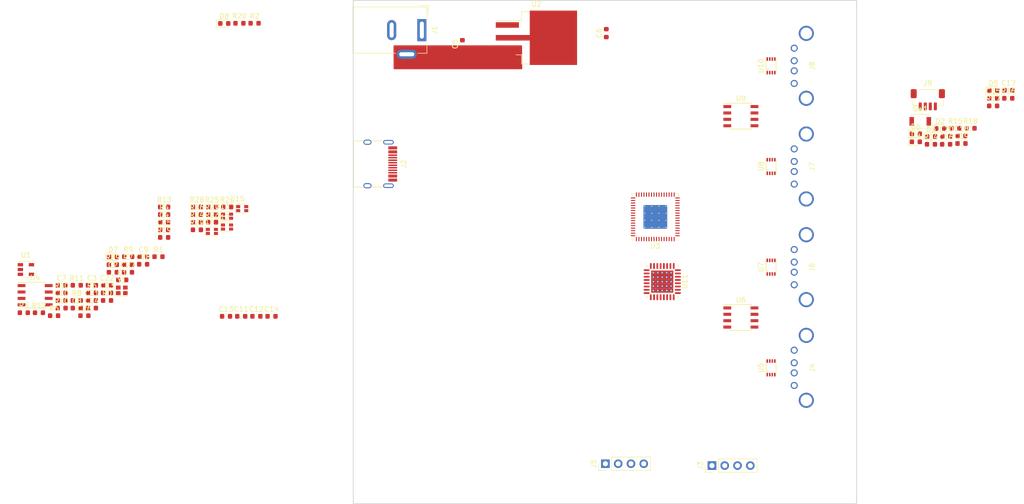
<source format=kicad_pcb>
(kicad_pcb (version 20171130) (host pcbnew 5.0.1-33cea8e~67~ubuntu18.04.1)
  (layers (0 F.Cu signal) (31 B.Cu signal) (34 B.Paste user) (35 F.Paste user) (36 B.SilkS user) (37 F.SilkS user) (38 B.Mask user) (39 F.Mask user) (44 Edge.Cuts user))
  (net 0 "")
  (net 1 GND)
  (net 2 "Net-(J2-PadA7)")
  (net 3 "Net-(J2-PadA6)")
  (net 4 "Net-(J2-PadA8)")
  (net 5 "Net-(J2-PadB5)")
  (net 6 "Net-(J2-PadB8)")
  (net 7 "Net-(J2-PadA5)")
  (net 8 VBUS)
  (net 9 "Net-(R1-Pad1)")
  (net 10 +5V)
  (net 11 VDDMCU)
  (net 12 "Net-(D2-Pad2)")
  (net 13 "Net-(R2-Pad1)")
  (net 14 /USBPorts/PORT3_LED1)
  (net 15 "Net-(R23-Pad2)")
  (net 16 /USB2517/LOCAL_PWR)
  (net 17 "Net-(R10-Pad2)")
  (net 18 /USBPorts/PORT5_LED1)
  (net 19 "Net-(R27-Pad2)")
  (net 20 "Net-(R24-Pad2)")
  (net 21 /USBPorts/PORT3_LED2)
  (net 22 /USBPorts/PORT4_LED1)
  (net 23 "Net-(R25-Pad2)")
  (net 24 "Net-(R26-Pad2)")
  (net 25 /USBPorts/PORT4_LED2)
  (net 26 /USBPorts/PORT5_LED2)
  (net 27 "Net-(R28-Pad2)")
  (net 28 "Net-(D3-Pad2)")
  (net 29 /MCU/PORT2_PWR)
  (net 30 /USBPorts/PORT2_LED1)
  (net 31 "Net-(R21-Pad2)")
  (net 32 "Net-(R22-Pad2)")
  (net 33 /USBPorts/PORT2_LED2)
  (net 34 "Net-(D8-Pad2)")
  (net 35 +3V3)
  (net 36 "Net-(D7-Pad2)")
  (net 37 "Net-(R8-Pad2)")
  (net 38 /USB2517/EEPROM_SCL)
  (net 39 "Net-(R4-Pad1)")
  (net 40 /MCU/PORT5_PWR)
  (net 41 "Net-(D6-Pad2)")
  (net 42 "Net-(D5-Pad2)")
  (net 43 /MCU/PORT4_PWR)
  (net 44 /MCU/PORT3_PWR)
  (net 45 "Net-(D4-Pad2)")
  (net 46 /USB2517/EEPROM_SDA)
  (net 47 /MCU/PORT5_EN)
  (net 48 /MCU/PORT2_EN)
  (net 49 /MCU/PORT4_EN)
  (net 50 /MCU/PORT3_EN)
  (net 51 "Net-(U1-Pad4)")
  (net 52 "Net-(U3-Pad27)")
  (net 53 "Net-(U3-Pad22)")
  (net 54 "Net-(U3-Pad35)")
  (net 55 "Net-(U3-Pad21)")
  (net 56 "Net-(U11-Pad3)")
  (net 57 "Net-(U11-Pad7)")
  (net 58 "Net-(U11-Pad8)")
  (net 59 "Net-(SW1-Pad2)")
  (net 60 "Net-(U11-Pad17)")
  (net 61 /MCU/VBUSDETECT)
  (net 62 /MCU/DECOUPLE)
  (net 63 /MCU/USB_MCU_D-)
  (net 64 /MCU/USB_MCU_D+)
  (net 65 /MCU/MCU_SWDCLK)
  (net 66 /MCU/MCU_SWDIO)
  (net 67 "Net-(U11-Pad27)")
  (net 68 "Net-(U11-Pad29)")
  (net 69 "Net-(U11-Pad30)")
  (net 70 "Net-(U11-Pad31)")
  (net 71 "Net-(U11-Pad32)")
  (net 72 "Net-(U3-Pad14)")
  (net 73 "Net-(U3-Pad15)")
  (net 74 "Net-(U3-Pad16)")
  (net 75 "Net-(U3-Pad17)")
  (net 76 "Net-(U3-Pad19)")
  (net 77 "Net-(C1-Pad2)")
  (net 78 "Net-(U3-Pad28)")
  (net 79 "Net-(U3-Pad36)")
  (net 80 "Net-(U3-Pad37)")
  (net 81 "Net-(U3-Pad38)")
  (net 82 "Net-(U3-Pad39)")
  (net 83 "Net-(U3-Pad50)")
  (net 84 "Net-(U3-Pad51)")
  (net 85 /USBPorts/PORT6_D-)
  (net 86 /USBPorts/PORT6_D+)
  (net 87 /USBPorts/PORT7_D-)
  (net 88 /USBPorts/PORT7_D+)
  (net 89 "Net-(C9-Pad1)")
  (net 90 "Net-(C10-Pad1)")
  (net 91 "Net-(C2-Pad2)")
  (net 92 "Net-(U12-Pad4)")
  (net 93 "Net-(U13-Pad4)")
  (net 94 "Net-(U14-Pad4)")
  (net 95 "Net-(U15-Pad4)")
  (net 96 "Net-(J1-Pad3)")
  (net 97 /USB2517/EXT_PWR)
  (net 98 /USBPorts/USB5_D+)
  (net 99 /USBPorts/USB5_D-)
  (net 100 /USBPorts/USB5_VBUS)
  (net 101 /USBPorts/USB2_D+)
  (net 102 /USBPorts/USB2_D-)
  (net 103 /USBPorts/USB2_VBUS)
  (net 104 /USBPorts/USB4_D+)
  (net 105 /USBPorts/USB4_D-)
  (net 106 /USBPorts/USB4_VBUS)
  (net 107 /USBPorts/USB_D+)
  (net 108 /USBPorts/USB3_D-)
  (net 109 /USBPorts/USB3_VBUS)
  (net 110 /USBPorts/HUB5_D+)
  (net 111 /USBPorts/HUB5_D-)
  (net 112 /USBPorts/HUB2_D+)
  (net 113 /USBPorts/HUB2_D-)
  (net 114 /USBPorts/HUB4_D+)
  (net 115 /USBPorts/HUB4_D-)
  (net 116 /USBPorts/HUB3_D+)
  (net 117 /USBPorts/HUB3_D-)
  (module Package_DFN_QFN_Extra:QFN-32_EP_6x6_Pitch0.65mm (layer F.Cu) (at 161.38144 105.87228 270)
    (fp_text reference U11 (at 0 -4.5 270) (layer F.SilkS))
    (fp_text value EFM32HG310F64G-B-QFN32)
    (pad 1 smd oval (at -3.1 -2.275) (size 0.35 1.2) (layers F.Cu F.Paste F.Mask) (net 29 /MCU/PORT2_PWR))
    (pad 2 smd oval (at -3.1 -1.625) (size 0.35 1.2) (layers F.Cu F.Paste F.Mask) (net 44 /MCU/PORT3_PWR))
    (pad 3 smd oval (at -3.1 -0.975) (size 0.35 1.2) (layers F.Cu F.Paste F.Mask) (net 56 "Net-(U11-Pad3)"))
    (pad 4 smd oval (at -3.1 -0.325) (size 0.35 1.2) (layers F.Cu F.Paste F.Mask) (net 11 VDDMCU))
    (pad 5 smd oval (at -3.1 0.325) (size 0.35 1.2) (layers F.Cu F.Paste F.Mask) (net 43 /MCU/PORT4_PWR))
    (pad 6 smd oval (at -3.1 0.975) (size 0.35 1.2) (layers F.Cu F.Paste F.Mask) (net 40 /MCU/PORT5_PWR))
    (pad 7 smd oval (at -3.1 1.625) (size 0.35 1.2) (layers F.Cu F.Paste F.Mask) (net 57 "Net-(U11-Pad7)"))
    (pad 8 smd oval (at -3.1 2.275) (size 0.35 1.2) (layers F.Cu F.Paste F.Mask) (net 58 "Net-(U11-Pad8)"))
    (pad 9 smd oval (at -2.275 3.1 270) (size 0.35 1.2) (layers F.Cu F.Paste F.Mask) (net 59 "Net-(SW1-Pad2)"))
    (pad 10 smd oval (at -1.625 3.1 270) (size 0.35 1.2) (layers F.Cu F.Paste F.Mask) (net 48 /MCU/PORT2_EN))
    (pad 11 smd oval (at -0.975 3.1 270) (size 0.35 1.2) (layers F.Cu F.Paste F.Mask) (net 11 VDDMCU))
    (pad 12 smd oval (at -0.325 3.1 270) (size 0.35 1.2) (layers F.Cu F.Paste F.Mask) (net 50 /MCU/PORT3_EN))
    (pad 13 smd oval (at 0.325 3.1 270) (size 0.35 1.2) (layers F.Cu F.Paste F.Mask) (net 49 /MCU/PORT4_EN))
    (pad 14 smd oval (at 0.975 3.1 270) (size 0.35 1.2) (layers F.Cu F.Paste F.Mask) (net 11 VDDMCU))
    (pad 15 smd oval (at 1.625 3.1 270) (size 0.35 1.2) (layers F.Cu F.Paste F.Mask) (net 11 VDDMCU))
    (pad 16 smd oval (at 2.275 3.1 270) (size 0.35 1.2) (layers F.Cu F.Paste F.Mask) (net 47 /MCU/PORT5_EN))
    (pad 17 smd oval (at 3.1 2.275) (size 0.35 1.2) (layers F.Cu F.Paste F.Mask) (net 60 "Net-(U11-Pad17)"))
    (pad 18 smd oval (at 3.1 1.625) (size 0.35 1.2) (layers F.Cu F.Paste F.Mask) (net 61 /MCU/VBUSDETECT))
    (pad 19 smd oval (at 3.1 0.975) (size 0.35 1.2) (layers F.Cu F.Paste F.Mask) (net 11 VDDMCU))
    (pad 20 smd oval (at 3.1 0.325) (size 0.35 1.2) (layers F.Cu F.Paste F.Mask) (net 62 /MCU/DECOUPLE))
    (pad 21 smd oval (at 3.1 -0.325) (size 0.35 1.2) (layers F.Cu F.Paste F.Mask) (net 10 +5V))
    (pad 22 smd oval (at 3.1 -0.975) (size 0.35 1.2) (layers F.Cu F.Paste F.Mask) (net 11 VDDMCU))
    (pad 23 smd oval (at 3.1 -1.625) (size 0.35 1.2) (layers F.Cu F.Paste F.Mask) (net 63 /MCU/USB_MCU_D-))
    (pad 24 smd oval (at 3.1 -2.275) (size 0.35 1.2) (layers F.Cu F.Paste F.Mask) (net 64 /MCU/USB_MCU_D+))
    (pad 25 smd oval (at 2.275 -3.1 270) (size 0.35 1.2) (layers F.Cu F.Paste F.Mask) (net 65 /MCU/MCU_SWDCLK))
    (pad 26 smd oval (at 1.625 -3.1 270) (size 0.35 1.2) (layers F.Cu F.Paste F.Mask) (net 66 /MCU/MCU_SWDIO))
    (pad 27 smd oval (at 0.975 -3.1 270) (size 0.35 1.2) (layers F.Cu F.Paste F.Mask) (net 67 "Net-(U11-Pad27)"))
    (pad 28 smd oval (at 0.325 -3.1 270) (size 0.35 1.2) (layers F.Cu F.Paste F.Mask) (net 11 VDDMCU))
    (pad 29 smd oval (at -0.325 -3.1 270) (size 0.35 1.2) (layers F.Cu F.Paste F.Mask) (net 68 "Net-(U11-Pad29)"))
    (pad 30 smd oval (at -0.975 -3.1 270) (size 0.35 1.2) (layers F.Cu F.Paste F.Mask) (net 69 "Net-(U11-Pad30)"))
    (pad 31 smd oval (at -1.625 -3.1 270) (size 0.35 1.2) (layers F.Cu F.Paste F.Mask) (net 70 "Net-(U11-Pad31)"))
    (pad 32 smd oval (at -2.275 -3.1 270) (size 0.35 1.2) (layers F.Cu F.Paste F.Mask) (net 71 "Net-(U11-Pad32)"))
    (pad 33 smd rect (at -1.76 -1.76 270) (size 0.88 0.88) (layers F.Cu F.Paste F.Mask) (net 1 GND))
    (pad 33 smd rect (at -1.76 -0.88 270) (size 0.88 0.88) (layers F.Cu F.Paste F.Mask) (net 1 GND))
    (pad 33 smd rect (at -1.76 0 270) (size 0.88 0.88) (layers F.Cu F.Paste F.Mask) (net 1 GND))
    (pad 33 smd rect (at -1.76 0.88 270) (size 0.88 0.88) (layers F.Cu F.Paste F.Mask) (net 1 GND))
    (pad 33 smd rect (at -1.76 1.76 270) (size 0.88 0.88) (layers F.Cu F.Paste F.Mask) (net 1 GND))
    (pad 33 smd rect (at -0.88 -1.76 270) (size 0.88 0.88) (layers F.Cu F.Paste F.Mask) (net 1 GND))
    (pad 33 smd rect (at -0.88 -0.88 270) (size 0.88 0.88) (layers F.Cu F.Paste F.Mask) (net 1 GND))
    (pad 33 smd rect (at -0.88 0 270) (size 0.88 0.88) (layers F.Cu F.Paste F.Mask) (net 1 GND))
    (pad 33 smd rect (at -0.88 0.88 270) (size 0.88 0.88) (layers F.Cu F.Paste F.Mask) (net 1 GND))
    (pad 33 smd rect (at -0.88 1.76 270) (size 0.88 0.88) (layers F.Cu F.Paste F.Mask) (net 1 GND))
    (pad 33 smd rect (at 0 -1.76 270) (size 0.88 0.88) (layers F.Cu F.Paste F.Mask) (net 1 GND))
    (pad 33 smd rect (at 0 -0.88 270) (size 0.88 0.88) (layers F.Cu F.Paste F.Mask) (net 1 GND))
    (pad 33 smd rect (at 0 0 270) (size 0.88 0.88) (layers F.Cu F.Paste F.Mask) (net 1 GND))
    (pad 33 smd rect (at 0 0.88 270) (size 0.88 0.88) (layers F.Cu F.Paste F.Mask) (net 1 GND))
    (pad 33 smd rect (at 0 1.76 270) (size 0.88 0.88) (layers F.Cu F.Paste F.Mask) (net 1 GND))
    (pad 33 smd rect (at 0.88 -1.76 270) (size 0.88 0.88) (layers F.Cu F.Paste F.Mask) (net 1 GND))
    (pad 33 smd rect (at 0.88 -0.88 270) (size 0.88 0.88) (layers F.Cu F.Paste F.Mask) (net 1 GND))
    (pad 33 smd rect (at 0.88 0 270) (size 0.88 0.88) (layers F.Cu F.Paste F.Mask) (net 1 GND))
    (pad 33 smd rect (at 0.88 0.88 270) (size 0.88 0.88) (layers F.Cu F.Paste F.Mask) (net 1 GND))
    (pad 33 smd rect (at 0.88 1.76 270) (size 0.88 0.88) (layers F.Cu F.Paste F.Mask) (net 1 GND))
    (pad 33 smd rect (at 1.76 -1.76 270) (size 0.88 0.88) (layers F.Cu F.Paste F.Mask) (net 1 GND))
    (pad 33 smd rect (at 1.76 -0.88 270) (size 0.88 0.88) (layers F.Cu F.Paste F.Mask) (net 1 GND))
    (pad 33 smd rect (at 1.76 0 270) (size 0.88 0.88) (layers F.Cu F.Paste F.Mask) (net 1 GND))
    (pad 33 smd rect (at 1.76 0.88 270) (size 0.88 0.88) (layers F.Cu F.Paste F.Mask) (net 1 GND))
    (pad 33 smd rect (at 1.76 1.76 270) (size 0.88 0.88) (layers F.Cu F.Paste F.Mask) (net 1 GND))
    (pad 33 thru_hole circle (at -1.76 -1.76 270) (size 0.44 0.44) (drill 0.22) (layers *.Cu) (net 1 GND))
    (pad 33 thru_hole circle (at -1.76 -0.88 270) (size 0.44 0.44) (drill 0.22) (layers *.Cu) (net 1 GND))
    (pad 33 thru_hole circle (at -1.76 0 270) (size 0.44 0.44) (drill 0.22) (layers *.Cu) (net 1 GND))
    (pad 33 thru_hole circle (at -1.76 0.88 270) (size 0.44 0.44) (drill 0.22) (layers *.Cu) (net 1 GND))
    (pad 33 thru_hole circle (at -1.76 1.76 270) (size 0.44 0.44) (drill 0.22) (layers *.Cu) (net 1 GND))
    (pad 33 thru_hole circle (at -0.88 -1.76 270) (size 0.44 0.44) (drill 0.22) (layers *.Cu) (net 1 GND))
    (pad 33 thru_hole circle (at -0.88 -0.88 270) (size 0.44 0.44) (drill 0.22) (layers *.Cu) (net 1 GND))
    (pad 33 thru_hole circle (at -0.88 0 270) (size 0.44 0.44) (drill 0.22) (layers *.Cu) (net 1 GND))
    (pad 33 thru_hole circle (at -0.88 0.88 270) (size 0.44 0.44) (drill 0.22) (layers *.Cu) (net 1 GND))
    (pad 33 thru_hole circle (at -0.88 1.76 270) (size 0.44 0.44) (drill 0.22) (layers *.Cu) (net 1 GND))
    (pad 33 thru_hole circle (at 0 -1.76 270) (size 0.44 0.44) (drill 0.22) (layers *.Cu) (net 1 GND))
    (pad 33 thru_hole circle (at 0 -0.88 270) (size 0.44 0.44) (drill 0.22) (layers *.Cu) (net 1 GND))
    (pad 33 thru_hole circle (at 0 0 270) (size 0.44 0.44) (drill 0.22) (layers *.Cu) (net 1 GND))
    (pad 33 thru_hole circle (at 0 0.88 270) (size 0.44 0.44) (drill 0.22) (layers *.Cu) (net 1 GND))
    (pad 33 thru_hole circle (at 0 1.76 270) (size 0.44 0.44) (drill 0.22) (layers *.Cu) (net 1 GND))
    (pad 33 thru_hole circle (at 0.88 -1.76 270) (size 0.44 0.44) (drill 0.22) (layers *.Cu) (net 1 GND))
    (pad 33 thru_hole circle (at 0.88 -0.88 270) (size 0.44 0.44) (drill 0.22) (layers *.Cu) (net 1 GND))
    (pad 33 thru_hole circle (at 0.88 0 270) (size 0.44 0.44) (drill 0.22) (layers *.Cu) (net 1 GND))
    (pad 33 thru_hole circle (at 0.88 0.88 270) (size 0.44 0.44) (drill 0.22) (layers *.Cu) (net 1 GND))
    (pad 33 thru_hole circle (at 0.88 1.76 270) (size 0.44 0.44) (drill 0.22) (layers *.Cu) (net 1 GND))
    (pad 33 thru_hole circle (at 1.76 -1.76 270) (size 0.44 0.44) (drill 0.22) (layers *.Cu) (net 1 GND))
    (pad 33 thru_hole circle (at 1.76 -0.88 270) (size 0.44 0.44) (drill 0.22) (layers *.Cu) (net 1 GND))
    (pad 33 thru_hole circle (at 1.76 0 270) (size 0.44 0.44) (drill 0.22) (layers *.Cu) (net 1 GND))
    (pad 33 thru_hole circle (at 1.76 0.88 270) (size 0.44 0.44) (drill 0.22) (layers *.Cu) (net 1 GND))
    (pad 33 thru_hole circle (at 1.76 1.76 270) (size 0.44 0.44) (drill 0.22) (layers *.Cu) (net 1 GND))
  )
  (module LED_SMD_Extra:LED_RGB_0606_1616Metric (layer F.Cu) (at 77.939101 91.368401)
    (fp_text reference U15 (at -0.96 -1.95) (layer F.SilkS))
    (fp_text value LED_GRAB)
    (pad 3 smd rect (at 0.8 0.4 180) (size 0.8 0.6) (layers F.Cu F.Paste F.Mask) (net 35 +3V3))
    (pad 2 smd rect (at -0.8 0.4 180) (size 0.8 0.6) (layers F.Cu F.Paste F.Mask) (net 19 "Net-(R27-Pad2)"))
    (pad 4 smd rect (at 0.8 -0.4 180) (size 0.8 0.6) (layers F.Cu F.Paste F.Mask) (net 95 "Net-(U15-Pad4)"))
    (pad 1 smd rect (at -0.8 -0.4 180) (size 0.8 0.6) (layers F.Cu F.Paste F.Mask) (net 27 "Net-(R28-Pad2)"))
  )
  (module LED_SMD_Extra:LED_RGB_0606_1616Metric (layer F.Cu) (at 71.919101 95.898401)
    (fp_text reference U14 (at -0.96 -1.95) (layer F.SilkS))
    (fp_text value LED_GRAB)
    (pad 3 smd rect (at 0.8 0.4 180) (size 0.8 0.6) (layers F.Cu F.Paste F.Mask) (net 35 +3V3))
    (pad 2 smd rect (at -0.8 0.4 180) (size 0.8 0.6) (layers F.Cu F.Paste F.Mask) (net 23 "Net-(R25-Pad2)"))
    (pad 4 smd rect (at 0.8 -0.4 180) (size 0.8 0.6) (layers F.Cu F.Paste F.Mask) (net 94 "Net-(U14-Pad4)"))
    (pad 1 smd rect (at -0.8 -0.4 180) (size 0.8 0.6) (layers F.Cu F.Paste F.Mask) (net 24 "Net-(R26-Pad2)"))
  )
  (module LED_SMD_Extra:LED_RGB_0606_1616Metric (layer F.Cu) (at 74.929101 92.878401)
    (fp_text reference U13 (at -0.96 -1.95) (layer F.SilkS))
    (fp_text value LED_GRAB)
    (pad 3 smd rect (at 0.8 0.4 180) (size 0.8 0.6) (layers F.Cu F.Paste F.Mask) (net 35 +3V3))
    (pad 2 smd rect (at -0.8 0.4 180) (size 0.8 0.6) (layers F.Cu F.Paste F.Mask) (net 15 "Net-(R23-Pad2)"))
    (pad 4 smd rect (at 0.8 -0.4 180) (size 0.8 0.6) (layers F.Cu F.Paste F.Mask) (net 93 "Net-(U13-Pad4)"))
    (pad 1 smd rect (at -0.8 -0.4 180) (size 0.8 0.6) (layers F.Cu F.Paste F.Mask) (net 20 "Net-(R24-Pad2)"))
  )
  (module LED_SMD_Extra:LED_RGB_0606_1616Metric (layer F.Cu) (at 74.929101 95.028401)
    (fp_text reference U12 (at -0.96 -1.95) (layer F.SilkS))
    (fp_text value LED_GRAB)
    (pad 3 smd rect (at 0.8 0.4 180) (size 0.8 0.6) (layers F.Cu F.Paste F.Mask) (net 35 +3V3))
    (pad 2 smd rect (at -0.8 0.4 180) (size 0.8 0.6) (layers F.Cu F.Paste F.Mask) (net 31 "Net-(R21-Pad2)"))
    (pad 4 smd rect (at 0.8 -0.4 180) (size 0.8 0.6) (layers F.Cu F.Paste F.Mask) (net 92 "Net-(U12-Pad4)"))
    (pad 1 smd rect (at -0.8 -0.4 180) (size 0.8 0.6) (layers F.Cu F.Paste F.Mask) (net 32 "Net-(R22-Pad2)"))
  )
  (module Button_Switch_SMD:SW_SPST_B3U-1000P (layer F.Cu) (at 212.637701 74.032001)
    (fp_text reference SW1 (at 0 -2.5) (layer F.SilkS))
    (fp_text value SW_Push)
    (pad 2 smd rect (at 1.7 0) (size 0.9 1.7) (layers F.Cu F.Paste F.Mask) (net 59 "Net-(SW1-Pad2)"))
    (pad 1 smd rect (at -1.7 0) (size 0.9 1.7) (layers F.Cu F.Paste F.Mask) (net 1 GND))
  )
  (module Capacitor_SMD:C_0603_1608Metric (layer F.Cu) (at 83.760801 112.768701)
    (fp_text reference C14 (at 0 -1.43) (layer F.SilkS))
    (fp_text value 100uF)
    (pad 2 smd roundrect (at 0.7875 0) (size 0.875 0.95) (layers F.Cu F.Paste F.Mask) (net 1 GND))
    (pad 1 smd roundrect (at -0.7875 0) (size 0.875 0.95) (layers F.Cu F.Paste F.Mask) (net 100 /USBPorts/USB5_VBUS))
  )
  (module Capacitor_SMD:C_0603_1608Metric (layer F.Cu) (at 54.099101 105.528401)
    (fp_text reference C1 (at 0 -1.43) (layer F.SilkS))
    (fp_text value 1uF)
    (pad 2 smd roundrect (at 0.7875 0) (size 0.875 0.95) (layers F.Cu F.Paste F.Mask) (net 77 "Net-(C1-Pad2)"))
    (pad 1 smd roundrect (at -0.7875 0) (size 0.875 0.95) (layers F.Cu F.Paste F.Mask) (net 1 GND))
  )
  (module Capacitor_SMD:C_0603_1608Metric (layer F.Cu) (at 74.730801 112.768701)
    (fp_text reference C13 (at 0 -1.43) (layer F.SilkS))
    (fp_text value 100uF)
    (pad 2 smd roundrect (at 0.7875 0) (size 0.875 0.95) (layers F.Cu F.Paste F.Mask) (net 1 GND))
    (pad 1 smd roundrect (at -0.7875 0) (size 0.875 0.95) (layers F.Cu F.Paste F.Mask) (net 106 /USBPorts/USB4_VBUS))
  )
  (module Capacitor_SMD:C_0603_1608Metric (layer F.Cu) (at 80.750801 112.768701)
    (fp_text reference C12 (at 0 -1.43) (layer F.SilkS))
    (fp_text value 100uF)
    (pad 2 smd roundrect (at 0.7875 0) (size 0.875 0.95) (layers F.Cu F.Paste F.Mask) (net 1 GND))
    (pad 1 smd roundrect (at -0.7875 0) (size 0.875 0.95) (layers F.Cu F.Paste F.Mask) (net 109 /USBPorts/USB3_VBUS))
  )
  (module Capacitor_SMD:C_0603_1608Metric (layer F.Cu) (at 77.740801 112.768701)
    (fp_text reference C11 (at 0 -1.43) (layer F.SilkS))
    (fp_text value 100uF)
    (pad 2 smd roundrect (at 0.7875 0) (size 0.875 0.95) (layers F.Cu F.Paste F.Mask) (net 1 GND))
    (pad 1 smd roundrect (at -0.7875 0) (size 0.875 0.95) (layers F.Cu F.Paste F.Mask) (net 103 /USBPorts/USB2_VBUS))
  )
  (module Capacitor_SMD:C_0603_1608Metric (layer F.Cu) (at 42.059101 109.618401)
    (fp_text reference C10 (at 0 -1.43) (layer F.SilkS))
    (fp_text value 18pF)
    (pad 2 smd roundrect (at 0.7875 0) (size 0.875 0.95) (layers F.Cu F.Paste F.Mask) (net 1 GND))
    (pad 1 smd roundrect (at -0.7875 0) (size 0.875 0.95) (layers F.Cu F.Paste F.Mask) (net 90 "Net-(C10-Pad1)"))
  )
  (module Capacitor_SMD:C_0603_1608Metric (layer F.Cu) (at 45.069101 111.128401)
    (fp_text reference C8 (at 0 -1.43) (layer F.SilkS))
    (fp_text value 0.1uF)
    (pad 2 smd roundrect (at 0.7875 0) (size 0.875 0.95) (layers F.Cu F.Paste F.Mask) (net 35 +3V3))
    (pad 1 smd roundrect (at -0.7875 0) (size 0.875 0.95) (layers F.Cu F.Paste F.Mask) (net 1 GND))
  )
  (module Capacitor_SMD:C_0603_1608Metric (layer F.Cu) (at 42.059101 106.598401)
    (fp_text reference C7 (at 0 -1.43) (layer F.SilkS))
    (fp_text value 1uF)
    (pad 2 smd roundrect (at 0.7875 0) (size 0.875 0.95) (layers F.Cu F.Paste F.Mask) (net 8 VBUS))
    (pad 1 smd roundrect (at -0.7875 0) (size 0.875 0.95) (layers F.Cu F.Paste F.Mask) (net 1 GND))
  )
  (module Capacitor_SMD:C_0603_1608Metric (layer F.Cu) (at 150.2664 56.5024 90)
    (fp_text reference C6 (at 0 -1.43 90) (layer F.SilkS))
    (fp_text value 10uF)
    (pad 2 smd roundrect (at 0.7875 0 90) (size 0.875 0.95) (layers F.Cu F.Paste F.Mask) (net 1 GND))
    (pad 1 smd roundrect (at -0.7875 0 90) (size 0.875 0.95) (layers F.Cu F.Paste F.Mask) (net 10 +5V))
  )
  (module Capacitor_SMD:C_0603_1608Metric (layer F.Cu) (at 121.6787 58.6994 90)
    (fp_text reference C5 (at 0 -1.43 90) (layer F.SilkS))
    (fp_text value 10uF)
    (pad 2 smd roundrect (at 0.7875 0 90) (size 0.875 0.95) (layers F.Cu F.Paste F.Mask) (net 1 GND))
    (pad 1 smd roundrect (at -0.7875 0 90) (size 0.875 0.95) (layers F.Cu F.Paste F.Mask) (net 97 /USB2517/EXT_PWR))
  )
  (module Capacitor_SMD:C_0603_1608Metric (layer F.Cu) (at 62.429101 94.068401)
    (fp_text reference C4 (at 0 -1.43) (layer F.SilkS))
    (fp_text value 10uF)
    (pad 2 smd roundrect (at 0.7875 0) (size 0.875 0.95) (layers F.Cu F.Paste F.Mask) (net 1 GND))
    (pad 1 smd roundrect (at -0.7875 0) (size 0.875 0.95) (layers F.Cu F.Paste F.Mask) (net 10 +5V))
  )
  (module Capacitor_SMD:C_0603_1608Metric (layer F.Cu) (at 48.079101 106.598401)
    (fp_text reference C3 (at 0 -1.43) (layer F.SilkS))
    (fp_text value 10uF)
    (pad 2 smd roundrect (at 0.7875 0) (size 0.875 0.95) (layers F.Cu F.Paste F.Mask) (net 1 GND))
    (pad 1 smd roundrect (at -0.7875 0) (size 0.875 0.95) (layers F.Cu F.Paste F.Mask) (net 35 +3V3))
  )
  (module Capacitor_SMD:C_0603_1608Metric (layer F.Cu) (at 52.239101 104.018401)
    (fp_text reference C2 (at 0 -1.43) (layer F.SilkS))
    (fp_text value 1uF)
    (pad 2 smd roundrect (at 0.7875 0) (size 0.875 0.95) (layers F.Cu F.Paste F.Mask) (net 91 "Net-(C2-Pad2)"))
    (pad 1 smd roundrect (at -0.7875 0) (size 0.875 0.95) (layers F.Cu F.Paste F.Mask) (net 1 GND))
  )
  (module Capacitor_SMD:C_0603_1608Metric (layer F.Cu) (at 227.117701 69.452001)
    (fp_text reference C15 (at 0 -1.43) (layer F.SilkS))
    (fp_text value C_Small)
    (pad 2 smd roundrect (at 0.7875 0) (size 0.875 0.95) (layers F.Cu F.Paste F.Mask) (net 1 GND))
    (pad 1 smd roundrect (at -0.7875 0) (size 0.875 0.95) (layers F.Cu F.Paste F.Mask) (net 62 /MCU/DECOUPLE))
  )
  (module Capacitor_SMD:C_0603_1608Metric (layer F.Cu) (at 217.777701 78.592001)
    (fp_text reference C16 (at 0 -1.43) (layer F.SilkS))
    (fp_text value 10uF)
    (pad 2 smd roundrect (at 0.7875 0) (size 0.875 0.95) (layers F.Cu F.Paste F.Mask) (net 1 GND))
    (pad 1 smd roundrect (at -0.7875 0) (size 0.875 0.95) (layers F.Cu F.Paste F.Mask) (net 11 VDDMCU))
  )
  (module Capacitor_SMD:C_0603_1608Metric (layer F.Cu) (at 230.167701 67.862001)
    (fp_text reference C17 (at 0 -1.43) (layer F.SilkS))
    (fp_text value 0.1uF)
    (pad 2 smd roundrect (at 0.7875 0) (size 0.875 0.95) (layers F.Cu F.Paste F.Mask) (net 1 GND))
    (pad 1 smd roundrect (at -0.7875 0) (size 0.875 0.95) (layers F.Cu F.Paste F.Mask) (net 11 VDDMCU))
  )
  (module Capacitor_SMD:C_0603_1608Metric (layer F.Cu) (at 220.827701 76.922001)
    (fp_text reference C18 (at 0 -1.43) (layer F.SilkS))
    (fp_text value 0.1uF)
    (pad 2 smd roundrect (at 0.7875 0) (size 0.875 0.95) (layers F.Cu F.Paste F.Mask) (net 1 GND))
    (pad 1 smd roundrect (at -0.7875 0) (size 0.875 0.95) (layers F.Cu F.Paste F.Mask) (net 11 VDDMCU))
  )
  (module Capacitor_SMD:C_0603_1608Metric (layer F.Cu) (at 220.827701 78.432001)
    (fp_text reference C19 (at 0 -1.43) (layer F.SilkS))
    (fp_text value 4.7uF)
    (pad 2 smd roundrect (at 0.7875 0) (size 0.875 0.95) (layers F.Cu F.Paste F.Mask) (net 1 GND))
    (pad 1 smd roundrect (at -0.7875 0) (size 0.875 0.95) (layers F.Cu F.Paste F.Mask) (net 11 VDDMCU))
  )
  (module Capacitor_SMD:C_0603_1608Metric (layer F.Cu) (at 217.817701 77.002001)
    (fp_text reference C20 (at 0 -1.43) (layer F.SilkS))
    (fp_text value 0.1uF)
    (pad 2 smd roundrect (at 0.7875 0) (size 0.875 0.95) (layers F.Cu F.Paste F.Mask) (net 1 GND))
    (pad 1 smd roundrect (at -0.7875 0) (size 0.875 0.95) (layers F.Cu F.Paste F.Mask) (net 11 VDDMCU))
  )
  (module Capacitor_SMD:C_0603_1608Metric (layer F.Cu) (at 48.079101 109.618401)
    (fp_text reference C21 (at 0 -1.43) (layer F.SilkS))
    (fp_text value 10uF)
    (pad 2 smd roundrect (at 0.7875 0) (size 0.875 0.95) (layers F.Cu F.Paste F.Mask) (net 1 GND))
    (pad 1 smd roundrect (at -0.7875 0) (size 0.875 0.95) (layers F.Cu F.Paste F.Mask) (net 35 +3V3))
  )
  (module Capacitor_SMD:C_0603_1608Metric (layer F.Cu) (at 51.089101 106.598401)
    (fp_text reference C22 (at 0 -1.43) (layer F.SilkS))
    (fp_text value 0.1uF)
    (pad 2 smd roundrect (at 0.7875 0) (size 0.875 0.95) (layers F.Cu F.Paste F.Mask) (net 1 GND))
    (pad 1 smd roundrect (at -0.7875 0) (size 0.875 0.95) (layers F.Cu F.Paste F.Mask) (net 35 +3V3))
  )
  (module Capacitor_SMD:C_0603_1608Metric (layer F.Cu) (at 58.299101 100.918401)
    (fp_text reference C9 (at 0 -1.43) (layer F.SilkS))
    (fp_text value 18pF)
    (pad 2 smd roundrect (at 0.7875 0) (size 0.875 0.95) (layers F.Cu F.Paste F.Mask) (net 1 GND))
    (pad 1 smd roundrect (at -0.7875 0) (size 0.875 0.95) (layers F.Cu F.Paste F.Mask) (net 89 "Net-(C9-Pad1)"))
  )
  (module Capacitor_SMD:C_0603_1608Metric (layer F.Cu) (at 51.089101 108.108401)
    (fp_text reference C23 (at 0 -1.43) (layer F.SilkS))
    (fp_text value 0.1uF)
    (pad 2 smd roundrect (at 0.7875 0) (size 0.875 0.95) (layers F.Cu F.Paste F.Mask) (net 1 GND))
    (pad 1 smd roundrect (at -0.7875 0) (size 0.875 0.95) (layers F.Cu F.Paste F.Mask) (net 35 +3V3))
  )
  (module Capacitor_SMD:C_0603_1608Metric (layer F.Cu) (at 48.079101 111.128401)
    (fp_text reference C24 (at 0 -1.43) (layer F.SilkS))
    (fp_text value 0.1uF)
    (pad 2 smd roundrect (at 0.7875 0) (size 0.875 0.95) (layers F.Cu F.Paste F.Mask) (net 1 GND))
    (pad 1 smd roundrect (at -0.7875 0) (size 0.875 0.95) (layers F.Cu F.Paste F.Mask) (net 35 +3V3))
  )
  (module Capacitor_SMD:C_0603_1608Metric (layer F.Cu) (at 62.429101 95.578401)
    (fp_text reference C25 (at 0 -1.43) (layer F.SilkS))
    (fp_text value 0.1uF)
    (pad 2 smd roundrect (at 0.7875 0) (size 0.875 0.95) (layers F.Cu F.Paste F.Mask) (net 1 GND))
    (pad 1 smd roundrect (at -0.7875 0) (size 0.875 0.95) (layers F.Cu F.Paste F.Mask) (net 35 +3V3))
  )
  (module Capacitor_SMD:C_0603_1608Metric (layer F.Cu) (at 46.589101 112.638401)
    (fp_text reference C26 (at 0 -1.43) (layer F.SilkS))
    (fp_text value 0.1uF)
    (pad 2 smd roundrect (at 0.7875 0) (size 0.875 0.95) (layers F.Cu F.Paste F.Mask) (net 1 GND))
    (pad 1 smd roundrect (at -0.7875 0) (size 0.875 0.95) (layers F.Cu F.Paste F.Mask) (net 35 +3V3))
  )
  (module Capacitor_SMD:C_0603_1608Metric (layer F.Cu) (at 55.249101 104.018401)
    (fp_text reference C27 (at 0 -1.43) (layer F.SilkS))
    (fp_text value 0.1uF)
    (pad 2 smd roundrect (at 0.7875 0) (size 0.875 0.95) (layers F.Cu F.Paste F.Mask) (net 1 GND))
    (pad 1 smd roundrect (at -0.7875 0) (size 0.875 0.95) (layers F.Cu F.Paste F.Mask) (net 35 +3V3))
  )
  (module Capacitor_SMD:C_0603_1608Metric (layer F.Cu) (at 58.259101 102.428401)
    (fp_text reference C28 (at 0 -1.43) (layer F.SilkS))
    (fp_text value 0.1uF)
    (pad 2 smd roundrect (at 0.7875 0) (size 0.875 0.95) (layers F.Cu F.Paste F.Mask) (net 1 GND))
    (pad 1 smd roundrect (at -0.7875 0) (size 0.875 0.95) (layers F.Cu F.Paste F.Mask) (net 35 +3V3))
  )
  (module Connector_BarrelJack_Extra:Boom_Precision_Elec_DC-005_5.5-2.0MM (layer F.Cu) (at 113.6269 55.9054 270)
    (fp_text reference J1 (at 0 -2.5 270) (layer F.SilkS))
    (fp_text value EXT_PWR)
    (pad 1 thru_hole oval (at 4.8 3) (size 4 1.8) (drill oval 3 0.8) (layers *.Cu *.Mask) (net 97 /USB2517/EXT_PWR))
    (pad 2 thru_hole oval (at 0 6 270) (size 4 1.8) (drill oval 3 0.8) (layers *.Cu *.Mask) (net 1 GND))
    (pad 3 thru_hole rect (at 0 0 270) (size 4.4 1.8) (drill oval 3.4 0.8) (layers *.Cu *.Mask) (net 96 "Net-(J1-Pad3)"))
  )
  (module Connector_JST:JST_SH_BM04B-SRSS-TB_1x04-1MP_P1.00mm_Vertical (layer F.Cu) (at 214.137701 69.732001)
    (fp_text reference J9 (at 0 -3.3) (layer F.SilkS))
    (fp_text value SWD)
    (pad MP smd roundrect (at 2.8 -1.2) (size 1.2 1.8) (layers F.Cu F.Paste F.Mask) (roundrect_rratio 0.208333))
    (pad MP smd roundrect (at -2.8 -1.2) (size 1.2 1.8) (layers F.Cu F.Paste F.Mask) (roundrect_rratio 0.208333))
    (pad 4 smd roundrect (at 1.5 1.325) (size 0.6 1.55) (layers F.Cu F.Paste F.Mask) (net 65 /MCU/MCU_SWDCLK))
    (pad 3 smd roundrect (at 0.5 1.325) (size 0.6 1.55) (layers F.Cu F.Paste F.Mask) (net 1 GND))
    (pad 2 smd roundrect (at -0.5 1.325) (size 0.6 1.55) (layers F.Cu F.Paste F.Mask) (net 66 /MCU/MCU_SWDIO))
    (pad 1 smd roundrect (at -1.5 1.325) (size 0.6 1.55) (layers F.Cu F.Paste F.Mask) (net 11 VDDMCU))
  )
  (module Connector_PinHeader_2.54mm:PinHeader_1x04_P2.54mm_Vertical (layer F.Cu) (at 171.2595 142.4178 90)
    (fp_text reference J3 (at 0 -2.33 90) (layer F.SilkS))
    (fp_text value USB6)
    (pad 4 thru_hole oval (at 0 7.62 90) (size 1.7 1.7) (drill 1) (layers *.Cu *.Mask) (net 1 GND))
    (pad 3 thru_hole oval (at 0 5.08 90) (size 1.7 1.7) (drill 1) (layers *.Cu *.Mask) (net 86 /USBPorts/PORT6_D+))
    (pad 2 thru_hole oval (at 0 2.54 90) (size 1.7 1.7) (drill 1) (layers *.Cu *.Mask) (net 85 /USBPorts/PORT6_D-))
    (pad 1 thru_hole rect (at 0 0 90) (size 1.7 1.7) (drill 1) (layers *.Cu *.Mask) (net 10 +5V))
  )
  (module Connector_PinHeader_2.54mm:PinHeader_1x04_P2.54mm_Vertical (layer F.Cu) (at 150.0886 142.0495 90)
    (fp_text reference J5 (at 0 -2.33 90) (layer F.SilkS))
    (fp_text value USB7)
    (pad 4 thru_hole oval (at 0 7.62 90) (size 1.7 1.7) (drill 1) (layers *.Cu *.Mask) (net 1 GND))
    (pad 3 thru_hole oval (at 0 5.08 90) (size 1.7 1.7) (drill 1) (layers *.Cu *.Mask) (net 88 /USBPorts/PORT7_D+))
    (pad 2 thru_hole oval (at 0 2.54 90) (size 1.7 1.7) (drill 1) (layers *.Cu *.Mask) (net 87 /USBPorts/PORT7_D-))
    (pad 1 thru_hole rect (at 0 0 90) (size 1.7 1.7) (drill 1) (layers *.Cu *.Mask) (net 10 +5V))
  )
  (module Crystal:Crystal_SMD_2016-4Pin_2.0x1.6mm (layer F.Cu) (at 54.019101 107.608401)
    (fp_text reference Y1 (at 0 -2) (layer F.SilkS))
    (fp_text value 24Mhz)
    (pad 4 smd rect (at -0.7 -0.55) (size 0.9 0.8) (layers F.Cu F.Paste F.Mask))
    (pad 3 smd rect (at 0.7 -0.55) (size 0.9 0.8) (layers F.Cu F.Paste F.Mask) (net 1 GND))
    (pad 2 smd rect (at 0.7 0.55) (size 0.9 0.8) (layers F.Cu F.Paste F.Mask) (net 90 "Net-(C10-Pad1)"))
    (pad 1 smd rect (at -0.7 0.55) (size 0.9 0.8) (layers F.Cu F.Paste F.Mask) (net 89 "Net-(C9-Pad1)"))
  )
  (module LED_SMD:LED_0603_1608Metric (layer F.Cu) (at 216.607701 75.452001)
    (fp_text reference D2 (at 0 -1.43) (layer F.SilkS))
    (fp_text value Green)
    (pad 2 smd roundrect (at 0.7875 0) (size 0.875 0.95) (layers F.Cu F.Paste F.Mask) (net 12 "Net-(D2-Pad2)"))
    (pad 1 smd roundrect (at -0.7875 0) (size 0.875 0.95) (layers F.Cu F.Paste F.Mask) (net 1 GND))
  )
  (module LED_SMD:LED_0603_1608Metric (layer F.Cu) (at 214.807701 77.042001)
    (fp_text reference D3 (at 0 -1.43) (layer F.SilkS))
    (fp_text value LED_Small)
    (pad 2 smd roundrect (at 0.7875 0) (size 0.875 0.95) (layers F.Cu F.Paste F.Mask) (net 28 "Net-(D3-Pad2)"))
    (pad 1 smd roundrect (at -0.7875 0) (size 0.875 0.95) (layers F.Cu F.Paste F.Mask) (net 1 GND))
  )
  (module LED_SMD:LED_0603_1608Metric (layer F.Cu) (at 211.757701 78.092001)
    (fp_text reference D4 (at 0 -1.43) (layer F.SilkS))
    (fp_text value LED_Small)
    (pad 2 smd roundrect (at 0.7875 0) (size 0.875 0.95) (layers F.Cu F.Paste F.Mask) (net 45 "Net-(D4-Pad2)"))
    (pad 1 smd roundrect (at -0.7875 0) (size 0.875 0.95) (layers F.Cu F.Paste F.Mask) (net 1 GND))
  )
  (module LED_SMD:LED_0603_1608Metric (layer F.Cu) (at 227.157701 67.902001)
    (fp_text reference D5 (at 0 -1.43) (layer F.SilkS))
    (fp_text value LED_Small)
    (pad 2 smd roundrect (at 0.7875 0) (size 0.875 0.95) (layers F.Cu F.Paste F.Mask) (net 42 "Net-(D5-Pad2)"))
    (pad 1 smd roundrect (at -0.7875 0) (size 0.875 0.95) (layers F.Cu F.Paste F.Mask) (net 1 GND))
  )
  (module LED_SMD:LED_0603_1608Metric (layer F.Cu) (at 211.757701 76.502001)
    (fp_text reference D6 (at 0 -1.43) (layer F.SilkS))
    (fp_text value LED_Small)
    (pad 2 smd roundrect (at 0.7875 0) (size 0.875 0.95) (layers F.Cu F.Paste F.Mask) (net 41 "Net-(D6-Pad2)"))
    (pad 1 smd roundrect (at -0.7875 0) (size 0.875 0.95) (layers F.Cu F.Paste F.Mask) (net 1 GND))
  )
  (module LED_SMD:LED_0603_1608Metric (layer F.Cu) (at 52.279101 100.958401)
    (fp_text reference D7 (at 0 -1.43) (layer F.SilkS))
    (fp_text value PWR_LED_5V)
    (pad 2 smd roundrect (at 0.7875 0) (size 0.875 0.95) (layers F.Cu F.Paste F.Mask) (net 36 "Net-(D7-Pad2)"))
    (pad 1 smd roundrect (at -0.7875 0) (size 0.875 0.95) (layers F.Cu F.Paste F.Mask) (net 1 GND))
  )
  (module LED_SMD:LED_0603_1608Metric (layer F.Cu) (at 74.377101 54.585901)
    (fp_text reference D8 (at 0 -1.43) (layer F.SilkS))
    (fp_text value PWR_LED_3v)
    (pad 2 smd roundrect (at 0.7875 0) (size 0.875 0.95) (layers F.Cu F.Paste F.Mask) (net 34 "Net-(D8-Pad2)"))
    (pad 1 smd roundrect (at -0.7875 0) (size 0.875 0.95) (layers F.Cu F.Paste F.Mask) (net 1 GND))
  )
  (module Package_DFN_QFN:QFN-64-1EP_9x9mm_P0.5mm_EP4.7x4.7mm_ThermalVias (layer F.Cu) (at 160 93 180)
    (fp_text reference U3 (at 0 -5.8 180) (layer F.SilkS))
    (fp_text value USB2517)
    (pad 64 smd roundrect (at -3.75 -4.4125 180) (size 0.2 0.875) (layers F.Cu F.Paste F.Mask) (net 35 +3V3))
    (pad 63 smd roundrect (at -3.25 -4.4125 180) (size 0.2 0.875) (layers F.Cu F.Paste F.Mask) (net 39 "Net-(R4-Pad1)"))
    (pad 62 smd roundrect (at -2.75 -4.4125 180) (size 0.2 0.875) (layers F.Cu F.Paste F.Mask) (net 91 "Net-(C2-Pad2)"))
    (pad 61 smd roundrect (at -2.25 -4.4125 180) (size 0.2 0.875) (layers F.Cu F.Paste F.Mask) (net 90 "Net-(C10-Pad1)"))
    (pad 60 smd roundrect (at -1.75 -4.4125 180) (size 0.2 0.875) (layers F.Cu F.Paste F.Mask) (net 89 "Net-(C9-Pad1)"))
    (pad 59 smd roundrect (at -1.25 -4.4125 180) (size 0.2 0.875) (layers F.Cu F.Paste F.Mask) (net 3 "Net-(J2-PadA6)"))
    (pad 58 smd roundrect (at -0.75 -4.4125 180) (size 0.2 0.875) (layers F.Cu F.Paste F.Mask) (net 2 "Net-(J2-PadA7)"))
    (pad 57 smd roundrect (at -0.25 -4.4125 180) (size 0.2 0.875) (layers F.Cu F.Paste F.Mask) (net 35 +3V3))
    (pad 56 smd roundrect (at 0.25 -4.4125 180) (size 0.2 0.875) (layers F.Cu F.Paste F.Mask) (net 88 /USBPorts/PORT7_D+))
    (pad 55 smd roundrect (at 0.75 -4.4125 180) (size 0.2 0.875) (layers F.Cu F.Paste F.Mask) (net 87 /USBPorts/PORT7_D-))
    (pad 54 smd roundrect (at 1.25 -4.4125 180) (size 0.2 0.875) (layers F.Cu F.Paste F.Mask) (net 86 /USBPorts/PORT6_D+))
    (pad 53 smd roundrect (at 1.75 -4.4125 180) (size 0.2 0.875) (layers F.Cu F.Paste F.Mask) (net 85 /USBPorts/PORT6_D-))
    (pad 52 smd roundrect (at 2.25 -4.4125 180) (size 0.2 0.875) (layers F.Cu F.Paste F.Mask) (net 35 +3V3))
    (pad 51 smd roundrect (at 2.75 -4.4125 180) (size 0.2 0.875) (layers F.Cu F.Paste F.Mask) (net 84 "Net-(U3-Pad51)"))
    (pad 50 smd roundrect (at 3.25 -4.4125 180) (size 0.2 0.875) (layers F.Cu F.Paste F.Mask) (net 83 "Net-(U3-Pad50)"))
    (pad 49 smd roundrect (at 3.75 -4.4125 180) (size 0.2 0.875) (layers F.Cu F.Paste F.Mask) (net 30 /USBPorts/PORT2_LED1))
    (pad 48 smd roundrect (at 4.4125 -3.75 180) (size 0.875 0.2) (layers F.Cu F.Paste F.Mask) (net 33 /USBPorts/PORT2_LED2))
    (pad 47 smd roundrect (at 4.4125 -3.25 180) (size 0.875 0.2) (layers F.Cu F.Paste F.Mask) (net 14 /USBPorts/PORT3_LED1))
    (pad 46 smd roundrect (at 4.4125 -2.75 180) (size 0.875 0.2) (layers F.Cu F.Paste F.Mask) (net 35 +3V3))
    (pad 45 smd roundrect (at 4.4125 -2.25 180) (size 0.875 0.2) (layers F.Cu F.Paste F.Mask) (net 16 /USB2517/LOCAL_PWR))
    (pad 44 smd roundrect (at 4.4125 -1.75 180) (size 0.875 0.2) (layers F.Cu F.Paste F.Mask) (net 13 "Net-(R2-Pad1)"))
    (pad 43 smd roundrect (at 4.4125 -1.25 180) (size 0.875 0.2) (layers F.Cu F.Paste F.Mask) (net 35 +3V3))
    (pad 42 smd roundrect (at 4.4125 -0.75 180) (size 0.875 0.2) (layers F.Cu F.Paste F.Mask) (net 37 "Net-(R8-Pad2)"))
    (pad 41 smd roundrect (at 4.4125 -0.25 180) (size 0.875 0.2) (layers F.Cu F.Paste F.Mask) (net 38 /USB2517/EEPROM_SCL))
    (pad 40 smd roundrect (at 4.4125 0.25 180) (size 0.875 0.2) (layers F.Cu F.Paste F.Mask) (net 46 /USB2517/EEPROM_SDA))
    (pad 39 smd roundrect (at 4.4125 0.75 180) (size 0.875 0.2) (layers F.Cu F.Paste F.Mask) (net 82 "Net-(U3-Pad39)"))
    (pad 38 smd roundrect (at 4.4125 1.25 180) (size 0.875 0.2) (layers F.Cu F.Paste F.Mask) (net 81 "Net-(U3-Pad38)"))
    (pad 37 smd roundrect (at 4.4125 1.75 180) (size 0.875 0.2) (layers F.Cu F.Paste F.Mask) (net 80 "Net-(U3-Pad37)"))
    (pad 36 smd roundrect (at 4.4125 2.25 180) (size 0.875 0.2) (layers F.Cu F.Paste F.Mask) (net 79 "Net-(U3-Pad36)"))
    (pad 35 smd roundrect (at 4.4125 2.75 180) (size 0.875 0.2) (layers F.Cu F.Paste F.Mask) (net 54 "Net-(U3-Pad35)"))
    (pad 34 smd roundrect (at 4.4125 3.25 180) (size 0.875 0.2) (layers F.Cu F.Paste F.Mask) (net 21 /USBPorts/PORT3_LED2))
    (pad 33 smd roundrect (at 4.4125 3.75 180) (size 0.875 0.2) (layers F.Cu F.Paste F.Mask) (net 22 /USBPorts/PORT4_LED1))
    (pad 32 smd roundrect (at 3.75 4.4125 180) (size 0.2 0.875) (layers F.Cu F.Paste F.Mask) (net 25 /USBPorts/PORT4_LED2))
    (pad 31 smd roundrect (at 3.25 4.4125 180) (size 0.2 0.875) (layers F.Cu F.Paste F.Mask) (net 18 /USBPorts/PORT5_LED1))
    (pad 30 smd roundrect (at 2.75 4.4125 180) (size 0.2 0.875) (layers F.Cu F.Paste F.Mask) (net 40 /MCU/PORT5_PWR))
    (pad 29 smd roundrect (at 2.25 4.4125 180) (size 0.2 0.875) (layers F.Cu F.Paste F.Mask) (net 61 /MCU/VBUSDETECT))
    (pad 28 smd roundrect (at 1.75 4.4125 180) (size 0.2 0.875) (layers F.Cu F.Paste F.Mask) (net 78 "Net-(U3-Pad28)"))
    (pad 27 smd roundrect (at 1.25 4.4125 180) (size 0.2 0.875) (layers F.Cu F.Paste F.Mask) (net 52 "Net-(U3-Pad27)"))
    (pad 26 smd roundrect (at 0.75 4.4125 180) (size 0.2 0.875) (layers F.Cu F.Paste F.Mask) (net 29 /MCU/PORT2_PWR))
    (pad 25 smd roundrect (at 0.25 4.4125 180) (size 0.2 0.875) (layers F.Cu F.Paste F.Mask) (net 77 "Net-(C1-Pad2)"))
    (pad 24 smd roundrect (at -0.25 4.4125 180) (size 0.2 0.875) (layers F.Cu F.Paste F.Mask) (net 35 +3V3))
    (pad 23 smd roundrect (at -0.75 4.4125 180) (size 0.2 0.875) (layers F.Cu F.Paste F.Mask) (net 44 /MCU/PORT3_PWR))
    (pad 22 smd roundrect (at -1.25 4.4125 180) (size 0.2 0.875) (layers F.Cu F.Paste F.Mask) (net 53 "Net-(U3-Pad22)"))
    (pad 21 smd roundrect (at -1.75 4.4125 180) (size 0.2 0.875) (layers F.Cu F.Paste F.Mask) (net 55 "Net-(U3-Pad21)"))
    (pad 20 smd roundrect (at -2.25 4.4125 180) (size 0.2 0.875) (layers F.Cu F.Paste F.Mask) (net 43 /MCU/PORT4_PWR))
    (pad 19 smd roundrect (at -2.75 4.4125 180) (size 0.2 0.875) (layers F.Cu F.Paste F.Mask) (net 76 "Net-(U3-Pad19)"))
    (pad 18 smd roundrect (at -3.25 4.4125 180) (size 0.2 0.875) (layers F.Cu F.Paste F.Mask) (net 26 /USBPorts/PORT5_LED2))
    (pad 17 smd roundrect (at -3.75 4.4125 180) (size 0.2 0.875) (layers F.Cu F.Paste F.Mask) (net 75 "Net-(U3-Pad17)"))
    (pad 16 smd roundrect (at -4.4125 3.75 180) (size 0.875 0.2) (layers F.Cu F.Paste F.Mask) (net 74 "Net-(U3-Pad16)"))
    (pad 15 smd roundrect (at -4.4125 3.25 180) (size 0.875 0.2) (layers F.Cu F.Paste F.Mask) (net 73 "Net-(U3-Pad15)"))
    (pad 14 smd roundrect (at -4.4125 2.75 180) (size 0.875 0.2) (layers F.Cu F.Paste F.Mask) (net 72 "Net-(U3-Pad14)"))
    (pad 13 smd roundrect (at -4.4125 2.25 180) (size 0.875 0.2) (layers F.Cu F.Paste F.Mask) (net 17 "Net-(R10-Pad2)"))
    (pad 12 smd roundrect (at -4.4125 1.75 180) (size 0.875 0.2) (layers F.Cu F.Paste F.Mask) (net 110 /USBPorts/HUB5_D+))
    (pad 11 smd roundrect (at -4.4125 1.25 180) (size 0.875 0.2) (layers F.Cu F.Paste F.Mask) (net 111 /USBPorts/HUB5_D-))
    (pad 10 smd roundrect (at -4.4125 0.75 180) (size 0.875 0.2) (layers F.Cu F.Paste F.Mask) (net 35 +3V3))
    (pad 9 smd roundrect (at -4.4125 0.25 180) (size 0.875 0.2) (layers F.Cu F.Paste F.Mask) (net 114 /USBPorts/HUB4_D+))
    (pad 8 smd roundrect (at -4.4125 -0.25 180) (size 0.875 0.2) (layers F.Cu F.Paste F.Mask) (net 115 /USBPorts/HUB4_D-))
    (pad 7 smd roundrect (at -4.4125 -0.75 180) (size 0.875 0.2) (layers F.Cu F.Paste F.Mask) (net 116 /USBPorts/HUB3_D+))
    (pad 6 smd roundrect (at -4.4125 -1.25 180) (size 0.875 0.2) (layers F.Cu F.Paste F.Mask) (net 117 /USBPorts/HUB3_D-))
    (pad 5 smd roundrect (at -4.4125 -1.75 180) (size 0.875 0.2) (layers F.Cu F.Paste F.Mask) (net 35 +3V3))
    (pad 4 smd roundrect (at -4.4125 -2.25 180) (size 0.875 0.2) (layers F.Cu F.Paste F.Mask) (net 112 /USBPorts/HUB2_D+))
    (pad 3 smd roundrect (at -4.4125 -2.75 180) (size 0.875 0.2) (layers F.Cu F.Paste F.Mask) (net 113 /USBPorts/HUB2_D-))
    (pad 2 smd roundrect (at -4.4125 -3.25 180) (size 0.875 0.2) (layers F.Cu F.Paste F.Mask) (net 64 /MCU/USB_MCU_D+))
    (pad 1 smd roundrect (at -4.4125 -3.75 180) (size 0.875 0.2) (layers F.Cu F.Paste F.Mask) (net 63 /MCU/USB_MCU_D-))
    (pad 65 smd roundrect (at 0 0 180) (size 4.7 4.7) (layers B.Cu) (roundrect_rratio 0.053191) (net 1 GND))
    (pad 65 thru_hole circle (at 2.1 2.1 180) (size 0.5 0.5) (drill 0.2) (layers *.Cu) (net 1 GND))
    (pad 65 thru_hole circle (at 0.7 2.1 180) (size 0.5 0.5) (drill 0.2) (layers *.Cu) (net 1 GND))
    (pad 65 thru_hole circle (at -0.7 2.1 180) (size 0.5 0.5) (drill 0.2) (layers *.Cu) (net 1 GND))
    (pad 65 thru_hole circle (at -2.1 2.1 180) (size 0.5 0.5) (drill 0.2) (layers *.Cu) (net 1 GND))
    (pad 65 thru_hole circle (at 2.1 0.7 180) (size 0.5 0.5) (drill 0.2) (layers *.Cu) (net 1 GND))
    (pad 65 thru_hole circle (at 0.7 0.7 180) (size 0.5 0.5) (drill 0.2) (layers *.Cu) (net 1 GND))
    (pad 65 thru_hole circle (at -0.7 0.7 180) (size 0.5 0.5) (drill 0.2) (layers *.Cu) (net 1 GND))
    (pad 65 thru_hole circle (at -2.1 0.7 180) (size 0.5 0.5) (drill 0.2) (layers *.Cu) (net 1 GND))
    (pad 65 thru_hole circle (at 2.1 -0.7 180) (size 0.5 0.5) (drill 0.2) (layers *.Cu) (net 1 GND))
    (pad 65 thru_hole circle (at 0.7 -0.7 180) (size 0.5 0.5) (drill 0.2) (layers *.Cu) (net 1 GND))
    (pad 65 thru_hole circle (at -0.7 -0.7 180) (size 0.5 0.5) (drill 0.2) (layers *.Cu) (net 1 GND))
    (pad 65 thru_hole circle (at -2.1 -0.7 180) (size 0.5 0.5) (drill 0.2) (layers *.Cu) (net 1 GND))
    (pad 65 thru_hole circle (at 2.1 -2.1 180) (size 0.5 0.5) (drill 0.2) (layers *.Cu) (net 1 GND))
    (pad 65 thru_hole circle (at 0.7 -2.1 180) (size 0.5 0.5) (drill 0.2) (layers *.Cu) (net 1 GND))
    (pad 65 thru_hole circle (at -0.7 -2.1 180) (size 0.5 0.5) (drill 0.2) (layers *.Cu) (net 1 GND))
    (pad 65 thru_hole circle (at -2.1 -2.1 180) (size 0.5 0.5) (drill 0.2) (layers *.Cu) (net 1 GND))
    (pad 65 smd roundrect (at 0 0 180) (size 4.7 4.7) (layers F.Cu F.Mask) (roundrect_rratio 0.053191) (net 1 GND))
  )
  (module Package_SO:SOIC-8_3.9x4.9mm_P1.27mm (layer F.Cu) (at 36.799101 108.568401)
    (fp_text reference U4 (at 0 -3.5) (layer F.SilkS))
    (fp_text value 24LC02)
    (pad 8 smd rect (at 2.7 -1.905) (size 1.55 0.6) (layers F.Cu F.Paste F.Mask) (net 35 +3V3))
    (pad 7 smd rect (at 2.7 -0.635) (size 1.55 0.6) (layers F.Cu F.Paste F.Mask) (net 1 GND))
    (pad 6 smd rect (at 2.7 0.635) (size 1.55 0.6) (layers F.Cu F.Paste F.Mask) (net 38 /USB2517/EEPROM_SCL))
    (pad 5 smd rect (at 2.7 1.905) (size 1.55 0.6) (layers F.Cu F.Paste F.Mask) (net 46 /USB2517/EEPROM_SDA))
    (pad 4 smd rect (at -2.7 1.905) (size 1.55 0.6) (layers F.Cu F.Paste F.Mask) (net 1 GND))
    (pad 3 smd rect (at -2.7 0.635) (size 1.55 0.6) (layers F.Cu F.Paste F.Mask) (net 1 GND))
    (pad 2 smd rect (at -2.7 -0.635) (size 1.55 0.6) (layers F.Cu F.Paste F.Mask) (net 1 GND))
    (pad 1 smd rect (at -2.7 -1.905) (size 1.55 0.6) (layers F.Cu F.Paste F.Mask) (net 1 GND))
  )
  (module Package_SO:SOIC-8_3.9x4.9mm_P1.27mm (layer F.Cu) (at 177 73)
    (fp_text reference U9 (at 0 -3.5) (layer F.SilkS))
    (fp_text value MIC2026-2BM)
    (pad 8 smd rect (at 2.7 -1.905) (size 1.55 0.6) (layers F.Cu F.Paste F.Mask) (net 100 /USBPorts/USB5_VBUS))
    (pad 7 smd rect (at 2.7 -0.635) (size 1.55 0.6) (layers F.Cu F.Paste F.Mask) (net 10 +5V))
    (pad 6 smd rect (at 2.7 0.635) (size 1.55 0.6) (layers F.Cu F.Paste F.Mask) (net 1 GND))
    (pad 5 smd rect (at 2.7 1.905) (size 1.55 0.6) (layers F.Cu F.Paste F.Mask) (net 106 /USBPorts/USB4_VBUS))
    (pad 4 smd rect (at -2.7 1.905) (size 1.55 0.6) (layers F.Cu F.Paste F.Mask) (net 47 /MCU/PORT5_EN))
    (pad 3 smd rect (at -2.7 0.635) (size 1.55 0.6) (layers F.Cu F.Paste F.Mask) (net 54 "Net-(U3-Pad35)"))
    (pad 2 smd rect (at -2.7 -0.635) (size 1.55 0.6) (layers F.Cu F.Paste F.Mask) (net 55 "Net-(U3-Pad21)"))
    (pad 1 smd rect (at -2.7 -1.905) (size 1.55 0.6) (layers F.Cu F.Paste F.Mask) (net 49 /MCU/PORT4_EN))
  )
  (module Package_SO:SOIC-8_3.9x4.9mm_P1.27mm (layer F.Cu) (at 177 113)
    (fp_text reference U6 (at 0 -3.5) (layer F.SilkS))
    (fp_text value MIC2026-2BM)
    (pad 8 smd rect (at 2.7 -1.905) (size 1.55 0.6) (layers F.Cu F.Paste F.Mask) (net 109 /USBPorts/USB3_VBUS))
    (pad 7 smd rect (at 2.7 -0.635) (size 1.55 0.6) (layers F.Cu F.Paste F.Mask) (net 10 +5V))
    (pad 6 smd rect (at 2.7 0.635) (size 1.55 0.6) (layers F.Cu F.Paste F.Mask) (net 1 GND))
    (pad 5 smd rect (at 2.7 1.905) (size 1.55 0.6) (layers F.Cu F.Paste F.Mask) (net 103 /USBPorts/USB2_VBUS))
    (pad 4 smd rect (at -2.7 1.905) (size 1.55 0.6) (layers F.Cu F.Paste F.Mask) (net 50 /MCU/PORT3_EN))
    (pad 3 smd rect (at -2.7 0.635) (size 1.55 0.6) (layers F.Cu F.Paste F.Mask) (net 53 "Net-(U3-Pad22)"))
    (pad 2 smd rect (at -2.7 -0.635) (size 1.55 0.6) (layers F.Cu F.Paste F.Mask) (net 52 "Net-(U3-Pad27)"))
    (pad 1 smd rect (at -2.7 -1.905) (size 1.55 0.6) (layers F.Cu F.Paste F.Mask) (net 48 /MCU/PORT2_EN))
  )
  (module Package_TO_SOT_SMD:SOT-23-5 (layer F.Cu) (at 34.969101 103.468401)
    (fp_text reference U1 (at 0 -2.9) (layer F.SilkS))
    (fp_text value MIC5219-3.3)
    (pad 5 smd rect (at 1.1 -0.95) (size 1.06 0.65) (layers F.Cu F.Paste F.Mask) (net 35 +3V3))
    (pad 4 smd rect (at 1.1 0.95) (size 1.06 0.65) (layers F.Cu F.Paste F.Mask) (net 51 "Net-(U1-Pad4)"))
    (pad 3 smd rect (at -1.1 0.95) (size 1.06 0.65) (layers F.Cu F.Paste F.Mask) (net 9 "Net-(R1-Pad1)"))
    (pad 2 smd rect (at -1.1 0) (size 1.06 0.65) (layers F.Cu F.Paste F.Mask) (net 1 GND))
    (pad 1 smd rect (at -1.1 -0.95) (size 1.06 0.65) (layers F.Cu F.Paste F.Mask) (net 10 +5V))
  )
  (module Package_TO_SOT_SMD:TO-263-3_TabPin2 (layer F.Cu) (at 136.3853 57.4294)
    (fp_text reference U2 (at 0 -6.65) (layer F.SilkS))
    (fp_text value LM1085-5.0)
    (pad 2 smd rect (at 3.375 0) (size 9.4 10.8) (layers F.Cu F.Mask) (net 10 +5V))
    (pad 3 smd rect (at -5.775 2.54) (size 4.6 1.1) (layers F.Cu F.Paste F.Mask) (net 97 /USB2517/EXT_PWR))
    (pad 2 smd rect (at -5.775 0) (size 4.6 1.1) (layers F.Cu F.Paste F.Mask) (net 10 +5V))
    (pad 1 smd rect (at -5.775 -2.54) (size 4.6 1.1) (layers F.Cu F.Paste F.Mask) (net 1 GND))
  )
  (module Package_US8:US-8 (layer F.Cu) (at 183 103)
    (fp_text reference U7 (at -2 0 90) (layer F.SilkS))
    (fp_text value FSUSB31)
    (pad 4 smd rect (at 0.75 1.35) (size 0.3 0.7) (layers F.Cu F.Paste F.Mask) (net 1 GND))
    (pad 5 smd rect (at 0.75 -1.35) (size 0.3 0.7) (layers F.Cu F.Paste F.Mask) (net 107 /USBPorts/USB_D+))
    (pad 3 smd rect (at 0.25 1.35) (size 0.3 0.7) (layers F.Cu F.Paste F.Mask) (net 108 /USBPorts/USB3_D-))
    (pad 6 smd rect (at 0.25 -1.35) (size 0.3 0.7) (layers F.Cu F.Paste F.Mask) (net 116 /USBPorts/HUB3_D+))
    (pad 2 smd rect (at -0.25 1.35) (size 0.3 0.7) (layers F.Cu F.Paste F.Mask) (net 117 /USBPorts/HUB3_D-))
    (pad 7 smd rect (at -0.25 -1.35) (size 0.3 0.7) (layers F.Cu F.Paste F.Mask) (net 50 /MCU/PORT3_EN))
    (pad 1 smd rect (at -0.75 1.35) (size 0.3 0.7) (layers F.Cu F.Paste F.Mask))
    (pad 8 smd rect (at -0.75 -1.35) (size 0.3 0.7) (layers F.Cu F.Paste F.Mask) (net 35 +3V3))
  )
  (module Package_US8:US-8 (layer F.Cu) (at 183 83)
    (fp_text reference U8 (at -2 0 90) (layer F.SilkS))
    (fp_text value FSUSB31)
    (pad 4 smd rect (at 0.75 1.35) (size 0.3 0.7) (layers F.Cu F.Paste F.Mask) (net 1 GND))
    (pad 5 smd rect (at 0.75 -1.35) (size 0.3 0.7) (layers F.Cu F.Paste F.Mask) (net 104 /USBPorts/USB4_D+))
    (pad 3 smd rect (at 0.25 1.35) (size 0.3 0.7) (layers F.Cu F.Paste F.Mask) (net 105 /USBPorts/USB4_D-))
    (pad 6 smd rect (at 0.25 -1.35) (size 0.3 0.7) (layers F.Cu F.Paste F.Mask) (net 114 /USBPorts/HUB4_D+))
    (pad 2 smd rect (at -0.25 1.35) (size 0.3 0.7) (layers F.Cu F.Paste F.Mask) (net 115 /USBPorts/HUB4_D-))
    (pad 7 smd rect (at -0.25 -1.35) (size 0.3 0.7) (layers F.Cu F.Paste F.Mask) (net 49 /MCU/PORT4_EN))
    (pad 1 smd rect (at -0.75 1.35) (size 0.3 0.7) (layers F.Cu F.Paste F.Mask))
    (pad 8 smd rect (at -0.75 -1.35) (size 0.3 0.7) (layers F.Cu F.Paste F.Mask) (net 35 +3V3))
  )
  (module Package_US8:US-8 (layer F.Cu) (at 183 123)
    (fp_text reference U5 (at -2 0 90) (layer F.SilkS))
    (fp_text value FSUSB31)
    (pad 4 smd rect (at 0.75 1.35) (size 0.3 0.7) (layers F.Cu F.Paste F.Mask) (net 1 GND))
    (pad 5 smd rect (at 0.75 -1.35) (size 0.3 0.7) (layers F.Cu F.Paste F.Mask) (net 101 /USBPorts/USB2_D+))
    (pad 3 smd rect (at 0.25 1.35) (size 0.3 0.7) (layers F.Cu F.Paste F.Mask) (net 102 /USBPorts/USB2_D-))
    (pad 6 smd rect (at 0.25 -1.35) (size 0.3 0.7) (layers F.Cu F.Paste F.Mask) (net 112 /USBPorts/HUB2_D+))
    (pad 2 smd rect (at -0.25 1.35) (size 0.3 0.7) (layers F.Cu F.Paste F.Mask) (net 113 /USBPorts/HUB2_D-))
    (pad 7 smd rect (at -0.25 -1.35) (size 0.3 0.7) (layers F.Cu F.Paste F.Mask) (net 48 /MCU/PORT2_EN))
    (pad 1 smd rect (at -0.75 1.35) (size 0.3 0.7) (layers F.Cu F.Paste F.Mask))
    (pad 8 smd rect (at -0.75 -1.35) (size 0.3 0.7) (layers F.Cu F.Paste F.Mask) (net 35 +3V3))
  )
  (module Package_US8:US-8 (layer F.Cu) (at 183 63)
    (fp_text reference U10 (at -2 0 90) (layer F.SilkS))
    (fp_text value FSUSB31)
    (pad 4 smd rect (at 0.75 1.35) (size 0.3 0.7) (layers F.Cu F.Paste F.Mask) (net 1 GND))
    (pad 5 smd rect (at 0.75 -1.35) (size 0.3 0.7) (layers F.Cu F.Paste F.Mask) (net 98 /USBPorts/USB5_D+))
    (pad 3 smd rect (at 0.25 1.35) (size 0.3 0.7) (layers F.Cu F.Paste F.Mask) (net 99 /USBPorts/USB5_D-))
    (pad 6 smd rect (at 0.25 -1.35) (size 0.3 0.7) (layers F.Cu F.Paste F.Mask) (net 110 /USBPorts/HUB5_D+))
    (pad 2 smd rect (at -0.25 1.35) (size 0.3 0.7) (layers F.Cu F.Paste F.Mask) (net 111 /USBPorts/HUB5_D-))
    (pad 7 smd rect (at -0.25 -1.35) (size 0.3 0.7) (layers F.Cu F.Paste F.Mask) (net 47 /MCU/PORT5_EN))
    (pad 1 smd rect (at -0.75 1.35) (size 0.3 0.7) (layers F.Cu F.Paste F.Mask))
    (pad 8 smd rect (at -0.75 -1.35) (size 0.3 0.7) (layers F.Cu F.Paste F.Mask) (net 35 +3V3))
  )
  (module Resistor_SMD:R_0603_1608Metric (layer F.Cu) (at 55.249101 102.508401)
    (fp_text reference R7 (at 0 -1.43) (layer F.SilkS))
    (fp_text value 10k)
    (pad 2 smd roundrect (at 0.7875 0) (size 0.875 0.95) (layers F.Cu F.Paste F.Mask) (net 35 +3V3))
    (pad 1 smd roundrect (at -0.7875 0) (size 0.875 0.95) (layers F.Cu F.Paste F.Mask) (net 46 /USB2517/EEPROM_SDA))
  )
  (module Resistor_SMD:R_0603_1608Metric (layer F.Cu) (at 51.089101 109.618401)
    (fp_text reference R0 (at 0 -1.43) (layer F.SilkS))
    (fp_text value 0R)
    (pad 2 smd roundrect (at 0.7875 0) (size 0.875 0.95) (layers F.Cu F.Paste F.Mask) (net 8 VBUS))
    (pad 1 smd roundrect (at -0.7875 0) (size 0.875 0.95) (layers F.Cu F.Paste F.Mask) (net 10 +5V))
  )
  (module Resistor_SMD:R_0603_1608Metric (layer F.Cu) (at 230.127701 69.452001)
    (fp_text reference R16 (at 0 -1.43) (layer F.SilkS))
    (fp_text value R_Small)
    (pad 2 smd roundrect (at 0.7875 0) (size 0.875 0.95) (layers F.Cu F.Paste F.Mask) (net 45 "Net-(D4-Pad2)"))
    (pad 1 smd roundrect (at -0.7875 0) (size 0.875 0.95) (layers F.Cu F.Paste F.Mask) (net 44 /MCU/PORT3_PWR))
  )
  (module Resistor_SMD:R_0603_1608Metric (layer F.Cu) (at 227.117701 70.962001)
    (fp_text reference R17 (at 0 -1.43) (layer F.SilkS))
    (fp_text value R_Small)
    (pad 2 smd roundrect (at 0.7875 0) (size 0.875 0.95) (layers F.Cu F.Paste F.Mask) (net 42 "Net-(D5-Pad2)"))
    (pad 1 smd roundrect (at -0.7875 0) (size 0.875 0.95) (layers F.Cu F.Paste F.Mask) (net 43 /MCU/PORT4_PWR))
  )
  (module Resistor_SMD:R_0603_1608Metric (layer F.Cu) (at 222.627701 75.412001)
    (fp_text reference R18 (at 0 -1.43) (layer F.SilkS))
    (fp_text value R_Small)
    (pad 2 smd roundrect (at 0.7875 0) (size 0.875 0.95) (layers F.Cu F.Paste F.Mask) (net 41 "Net-(D6-Pad2)"))
    (pad 1 smd roundrect (at -0.7875 0) (size 0.875 0.95) (layers F.Cu F.Paste F.Mask) (net 40 /MCU/PORT5_PWR))
  )
  (module Resistor_SMD:R_0603_1608Metric (layer F.Cu) (at 62.429101 92.558401)
    (fp_text reference R4 (at 0 -1.43) (layer F.SilkS))
    (fp_text value "12k 1%")
    (pad 2 smd roundrect (at 0.7875 0) (size 0.875 0.95) (layers F.Cu F.Paste F.Mask) (net 1 GND))
    (pad 1 smd roundrect (at -0.7875 0) (size 0.875 0.95) (layers F.Cu F.Paste F.Mask) (net 39 "Net-(R4-Pad1)"))
  )
  (module Resistor_SMD:R_0603_1608Metric (layer F.Cu) (at 48.079101 108.108401)
    (fp_text reference R5 (at 0 -1.43) (layer F.SilkS))
    (fp_text value 10k)
    (pad 2 smd roundrect (at 0.7875 0) (size 0.875 0.95) (layers F.Cu F.Paste F.Mask) (net 35 +3V3))
    (pad 1 smd roundrect (at -0.7875 0) (size 0.875 0.95) (layers F.Cu F.Paste F.Mask) (net 38 /USB2517/EEPROM_SCL))
  )
  (module Resistor_SMD:R_0603_1608Metric (layer F.Cu) (at 40.569101 112.638401)
    (fp_text reference R6 (at 0 -1.43) (layer F.SilkS))
    (fp_text value DNP)
    (pad 2 smd roundrect (at 0.7875 0) (size 0.875 0.95) (layers F.Cu F.Paste F.Mask) (net 38 /USB2517/EEPROM_SCL))
    (pad 1 smd roundrect (at -0.7875 0) (size 0.875 0.95) (layers F.Cu F.Paste F.Mask) (net 1 GND))
  )
  (module Resistor_SMD:R_0603_1608Metric (layer F.Cu) (at 45.069101 109.618401)
    (fp_text reference R8 (at 0 -1.43) (layer F.SilkS))
    (fp_text value DNP)
    (pad 2 smd roundrect (at 0.7875 0) (size 0.875 0.95) (layers F.Cu F.Paste F.Mask) (net 37 "Net-(R8-Pad2)"))
    (pad 1 smd roundrect (at -0.7875 0) (size 0.875 0.95) (layers F.Cu F.Paste F.Mask) (net 35 +3V3))
  )
  (module Resistor_SMD:R_0603_1608Metric (layer F.Cu) (at 55.289101 100.918401)
    (fp_text reference R9 (at 0 -1.43) (layer F.SilkS))
    (fp_text value 0R)
    (pad 2 smd roundrect (at 0.7875 0) (size 0.875 0.95) (layers F.Cu F.Paste F.Mask) (net 37 "Net-(R8-Pad2)"))
    (pad 1 smd roundrect (at -0.7875 0) (size 0.875 0.95) (layers F.Cu F.Paste F.Mask) (net 1 GND))
  )
  (module Resistor_SMD:R_0603_1608Metric (layer F.Cu) (at 42.059101 111.128401)
    (fp_text reference R10 (at 0 -1.43) (layer F.SilkS))
    (fp_text value 0R)
    (pad 2 smd roundrect (at 0.7875 0) (size 0.875 0.95) (layers F.Cu F.Paste F.Mask) (net 17 "Net-(R10-Pad2)"))
    (pad 1 smd roundrect (at -0.7875 0) (size 0.875 0.95) (layers F.Cu F.Paste F.Mask) (net 35 +3V3))
  )
  (module Resistor_SMD:R_0603_1608Metric (layer F.Cu) (at 62.429101 97.088401)
    (fp_text reference R19 (at 0 -1.43) (layer F.SilkS))
    (fp_text value 2.2k)
    (pad 2 smd roundrect (at 0.7875 0) (size 0.875 0.95) (layers F.Cu F.Paste F.Mask) (net 10 +5V))
    (pad 1 smd roundrect (at -0.7875 0) (size 0.875 0.95) (layers F.Cu F.Paste F.Mask) (net 36 "Net-(D7-Pad2)"))
  )
  (module Resistor_SMD:R_0603_1608Metric (layer F.Cu) (at 77.387101 54.545901)
    (fp_text reference R20 (at 0 -1.43) (layer F.SilkS))
    (fp_text value 360R)
    (pad 2 smd roundrect (at 0.7875 0) (size 0.875 0.95) (layers F.Cu F.Paste F.Mask) (net 35 +3V3))
    (pad 1 smd roundrect (at -0.7875 0) (size 0.875 0.95) (layers F.Cu F.Paste F.Mask) (net 34 "Net-(D8-Pad2)"))
  )
  (module Resistor_SMD:R_0603_1608Metric (layer F.Cu) (at 68.939101 95.578401)
    (fp_text reference R22 (at 0 -1.43) (layer F.SilkS))
    (fp_text value 360R)
    (pad 2 smd roundrect (at 0.7875 0) (size 0.875 0.95) (layers F.Cu F.Paste F.Mask) (net 32 "Net-(R22-Pad2)"))
    (pad 1 smd roundrect (at -0.7875 0) (size 0.875 0.95) (layers F.Cu F.Paste F.Mask) (net 33 /USBPorts/PORT2_LED2))
  )
  (module Resistor_SMD:R_0603_1608Metric (layer F.Cu) (at 74.959101 91.048401)
    (fp_text reference R21 (at 0 -1.43) (layer F.SilkS))
    (fp_text value 360R)
    (pad 2 smd roundrect (at 0.7875 0) (size 0.875 0.95) (layers F.Cu F.Paste F.Mask) (net 31 "Net-(R21-Pad2)"))
    (pad 1 smd roundrect (at -0.7875 0) (size 0.875 0.95) (layers F.Cu F.Paste F.Mask) (net 30 /USBPorts/PORT2_LED1))
  )
  (module Resistor_SMD:R_0603_1608Metric (layer F.Cu) (at 219.617701 75.412001)
    (fp_text reference R15 (at 0 -1.43) (layer F.SilkS))
    (fp_text value 360R)
    (pad 2 smd roundrect (at 0.7875 0) (size 0.875 0.95) (layers F.Cu F.Paste F.Mask) (net 28 "Net-(D3-Pad2)"))
    (pad 1 smd roundrect (at -0.7875 0) (size 0.875 0.95) (layers F.Cu F.Paste F.Mask) (net 29 /MCU/PORT2_PWR))
  )
  (module Resistor_SMD:R_0603_1608Metric (layer F.Cu) (at 68.939101 91.048401)
    (fp_text reference R28 (at 0 -1.43) (layer F.SilkS))
    (fp_text value 360R)
    (pad 2 smd roundrect (at 0.7875 0) (size 0.875 0.95) (layers F.Cu F.Paste F.Mask) (net 27 "Net-(R28-Pad2)"))
    (pad 1 smd roundrect (at -0.7875 0) (size 0.875 0.95) (layers F.Cu F.Paste F.Mask) (net 26 /USBPorts/PORT5_LED2))
  )
  (module Resistor_SMD:R_0603_1608Metric (layer F.Cu) (at 68.939101 92.558401)
    (fp_text reference R26 (at 0 -1.43) (layer F.SilkS))
    (fp_text value 360R)
    (pad 2 smd roundrect (at 0.7875 0) (size 0.875 0.95) (layers F.Cu F.Paste F.Mask) (net 24 "Net-(R26-Pad2)"))
    (pad 1 smd roundrect (at -0.7875 0) (size 0.875 0.95) (layers F.Cu F.Paste F.Mask) (net 25 /USBPorts/PORT4_LED2))
  )
  (module Resistor_SMD:R_0603_1608Metric (layer F.Cu) (at 71.949101 91.048401)
    (fp_text reference R25 (at 0 -1.43) (layer F.SilkS))
    (fp_text value 360R)
    (pad 2 smd roundrect (at 0.7875 0) (size 0.875 0.95) (layers F.Cu F.Paste F.Mask) (net 23 "Net-(R25-Pad2)"))
    (pad 1 smd roundrect (at -0.7875 0) (size 0.875 0.95) (layers F.Cu F.Paste F.Mask) (net 22 /USBPorts/PORT4_LED1))
  )
  (module Resistor_SMD:R_0603_1608Metric (layer F.Cu) (at 68.939101 94.068401)
    (fp_text reference R24 (at 0 -1.43) (layer F.SilkS))
    (fp_text value 360R)
    (pad 2 smd roundrect (at 0.7875 0) (size 0.875 0.95) (layers F.Cu F.Paste F.Mask) (net 20 "Net-(R24-Pad2)"))
    (pad 1 smd roundrect (at -0.7875 0) (size 0.875 0.95) (layers F.Cu F.Paste F.Mask) (net 21 /USBPorts/PORT3_LED2))
  )
  (module Resistor_SMD:R_0603_1608Metric (layer F.Cu) (at 71.949101 92.558401)
    (fp_text reference R27 (at 0 -1.43) (layer F.SilkS))
    (fp_text value 360R)
    (pad 2 smd roundrect (at 0.7875 0) (size 0.875 0.95) (layers F.Cu F.Paste F.Mask) (net 19 "Net-(R27-Pad2)"))
    (pad 1 smd roundrect (at -0.7875 0) (size 0.875 0.95) (layers F.Cu F.Paste F.Mask) (net 18 /USBPorts/PORT5_LED1))
  )
  (module Resistor_SMD:R_0603_1608Metric (layer F.Cu) (at 52.239101 102.508401)
    (fp_text reference R29 (at 0 -1.43) (layer F.SilkS))
    (fp_text value 5.11k)
    (pad 2 smd roundrect (at 0.7875 0) (size 0.875 0.95) (layers F.Cu F.Paste F.Mask) (net 7 "Net-(J2-PadA5)"))
    (pad 1 smd roundrect (at -0.7875 0) (size 0.875 0.95) (layers F.Cu F.Paste F.Mask) (net 1 GND))
  )
  (module Resistor_SMD:R_0603_1608Metric (layer F.Cu) (at 42.059101 108.108401)
    (fp_text reference R30 (at 0 -1.43) (layer F.SilkS))
    (fp_text value 5.11k)
    (pad 2 smd roundrect (at 0.7875 0) (size 0.875 0.95) (layers F.Cu F.Paste F.Mask) (net 5 "Net-(J2-PadB5)"))
    (pad 1 smd roundrect (at -0.7875 0) (size 0.875 0.95) (layers F.Cu F.Paste F.Mask) (net 1 GND))
  )
  (module Resistor_SMD:R_0603_1608Metric (layer F.Cu) (at 45.069101 106.598401)
    (fp_text reference R11 (at 0 -1.43) (layer F.SilkS))
    (fp_text value DNP)
    (pad 2 smd roundrect (at 0.7875 0) (size 0.875 0.95) (layers F.Cu F.Paste F.Mask) (net 17 "Net-(R10-Pad2)"))
    (pad 1 smd roundrect (at -0.7875 0) (size 0.875 0.95) (layers F.Cu F.Paste F.Mask) (net 1 GND))
  )
  (module Resistor_SMD:R_0603_1608Metric (layer F.Cu) (at 37.559101 112.048401)
    (fp_text reference R12 (at 0 -1.43) (layer F.SilkS))
    (fp_text value 10k)
    (pad 2 smd roundrect (at 0.7875 0) (size 0.875 0.95) (layers F.Cu F.Paste F.Mask) (net 16 /USB2517/LOCAL_PWR))
    (pad 1 smd roundrect (at -0.7875 0) (size 0.875 0.95) (layers F.Cu F.Paste F.Mask) (net 10 +5V))
  )
  (module Resistor_SMD:R_0603_1608Metric (layer F.Cu) (at 62.429101 91.048401)
    (fp_text reference R13 (at 0 -1.43) (layer F.SilkS))
    (fp_text value 10k)
    (pad 2 smd roundrect (at 0.7875 0) (size 0.875 0.95) (layers F.Cu F.Paste F.Mask) (net 16 /USB2517/LOCAL_PWR))
    (pad 1 smd roundrect (at -0.7875 0) (size 0.875 0.95) (layers F.Cu F.Paste F.Mask) (net 1 GND))
  )
  (module Resistor_SMD:R_0603_1608Metric (layer F.Cu) (at 71.949101 94.068401)
    (fp_text reference R23 (at 0 -1.43) (layer F.SilkS))
    (fp_text value 360R)
    (pad 2 smd roundrect (at 0.7875 0) (size 0.875 0.95) (layers F.Cu F.Paste F.Mask) (net 15 "Net-(R23-Pad2)"))
    (pad 1 smd roundrect (at -0.7875 0) (size 0.875 0.95) (layers F.Cu F.Paste F.Mask) (net 14 /USBPorts/PORT3_LED1))
  )
  (module Resistor_SMD:R_0603_1608Metric (layer F.Cu) (at 34.549101 112.048401)
    (fp_text reference R3 (at 0 -1.43) (layer F.SilkS))
    (fp_text value 100k)
    (pad 2 smd roundrect (at 0.7875 0) (size 0.875 0.95) (layers F.Cu F.Paste F.Mask) (net 13 "Net-(R2-Pad1)"))
    (pad 1 smd roundrect (at -0.7875 0) (size 0.875 0.95) (layers F.Cu F.Paste F.Mask) (net 1 GND))
  )
  (module Resistor_SMD:R_0603_1608Metric (layer F.Cu) (at 80.397101 54.545901)
    (fp_text reference R2 (at 0 -1.43) (layer F.SilkS))
    (fp_text value 100k)
    (pad 2 smd roundrect (at 0.7875 0) (size 0.875 0.95) (layers F.Cu F.Paste F.Mask) (net 8 VBUS))
    (pad 1 smd roundrect (at -0.7875 0) (size 0.875 0.95) (layers F.Cu F.Paste F.Mask) (net 13 "Net-(R2-Pad1)"))
  )
  (module Resistor_SMD:R_0603_1608Metric (layer F.Cu) (at 214.767701 78.592001)
    (fp_text reference R14 (at 0 -1.43) (layer F.SilkS))
    (fp_text value 360R)
    (pad 2 smd roundrect (at 0.7875 0) (size 0.875 0.95) (layers F.Cu F.Paste F.Mask) (net 11 VDDMCU))
    (pad 1 smd roundrect (at -0.7875 0) (size 0.875 0.95) (layers F.Cu F.Paste F.Mask) (net 12 "Net-(D2-Pad2)"))
  )
  (module Resistor_SMD:R_0603_1608Metric (layer F.Cu) (at 61.309101 100.918401)
    (fp_text reference R1 (at 0 -1.43) (layer F.SilkS))
    (fp_text value 10k)
    (pad 2 smd roundrect (at 0.7875 0) (size 0.875 0.95) (layers F.Cu F.Paste F.Mask) (net 10 +5V))
    (pad 1 smd roundrect (at -0.7875 0) (size 0.875 0.95) (layers F.Cu F.Paste F.Mask) (net 9 "Net-(R1-Pad1)"))
  )
  (module USB_A_Female_Vertical:USB_A_Female_Vertical (layer F.Cu) (at 190 103 90)
    (fp_text reference J6 (at 0 1.143 90) (layer F.SilkS))
    (fp_text value USB3)
    (pad 4 thru_hole circle (at 3.5 -2.4 90) (size 1.4 1.4) (drill 0.92) (layers *.Cu *.Mask) (net 1 GND))
    (pad 3 thru_hole circle (at 1 -2.4 90) (size 1.4 1.4) (drill 0.92) (layers *.Cu *.Mask) (net 107 /USBPorts/USB_D+))
    (pad 2 thru_hole circle (at -1 -2.4 90) (size 1.4 1.4) (drill 0.92) (layers *.Cu *.Mask) (net 108 /USBPorts/USB3_D-))
    (pad 1 thru_hole circle (at -3.5 -2.4 90) (size 1.4 1.4) (drill 0.92) (layers *.Cu *.Mask) (net 109 /USBPorts/USB3_VBUS))
    (pad 5 thru_hole circle (at -6.45 0 90) (size 3 3) (drill 2.3) (layers *.Cu *.Mask) (net 1 GND))
    (pad 5 thru_hole circle (at 6.45 0 90) (size 3 3) (drill 2.3) (layers *.Cu *.Mask) (net 1 GND))
  )
  (module USB_A_Female_Vertical:USB_A_Female_Vertical (layer F.Cu) (at 190 83 90)
    (fp_text reference J7 (at 0 1.143 90) (layer F.SilkS))
    (fp_text value USB4)
    (pad 4 thru_hole circle (at 3.5 -2.4 90) (size 1.4 1.4) (drill 0.92) (layers *.Cu *.Mask) (net 1 GND))
    (pad 3 thru_hole circle (at 1 -2.4 90) (size 1.4 1.4) (drill 0.92) (layers *.Cu *.Mask) (net 104 /USBPorts/USB4_D+))
    (pad 2 thru_hole circle (at -1 -2.4 90) (size 1.4 1.4) (drill 0.92) (layers *.Cu *.Mask) (net 105 /USBPorts/USB4_D-))
    (pad 1 thru_hole circle (at -3.5 -2.4 90) (size 1.4 1.4) (drill 0.92) (layers *.Cu *.Mask) (net 106 /USBPorts/USB4_VBUS))
    (pad 5 thru_hole circle (at -6.45 0 90) (size 3 3) (drill 2.3) (layers *.Cu *.Mask) (net 1 GND))
    (pad 5 thru_hole circle (at 6.45 0 90) (size 3 3) (drill 2.3) (layers *.Cu *.Mask) (net 1 GND))
  )
  (module USB_A_Female_Vertical:USB_A_Female_Vertical (layer F.Cu) (at 190 123 90)
    (fp_text reference J4 (at 0 1.143 90) (layer F.SilkS))
    (fp_text value USB2)
    (pad 4 thru_hole circle (at 3.5 -2.4 90) (size 1.4 1.4) (drill 0.92) (layers *.Cu *.Mask) (net 1 GND))
    (pad 3 thru_hole circle (at 1 -2.4 90) (size 1.4 1.4) (drill 0.92) (layers *.Cu *.Mask) (net 101 /USBPorts/USB2_D+))
    (pad 2 thru_hole circle (at -1 -2.4 90) (size 1.4 1.4) (drill 0.92) (layers *.Cu *.Mask) (net 102 /USBPorts/USB2_D-))
    (pad 1 thru_hole circle (at -3.5 -2.4 90) (size 1.4 1.4) (drill 0.92) (layers *.Cu *.Mask) (net 103 /USBPorts/USB2_VBUS))
    (pad 5 thru_hole circle (at -6.45 0 90) (size 3 3) (drill 2.3) (layers *.Cu *.Mask) (net 1 GND))
    (pad 5 thru_hole circle (at 6.45 0 90) (size 3 3) (drill 2.3) (layers *.Cu *.Mask) (net 1 GND))
  )
  (module USB_A_Female_Vertical:USB_A_Female_Vertical (layer F.Cu) (at 190 63 90)
    (fp_text reference J8 (at 0 1.143 90) (layer F.SilkS))
    (fp_text value USB5)
    (pad 4 thru_hole circle (at 3.5 -2.4 90) (size 1.4 1.4) (drill 0.92) (layers *.Cu *.Mask) (net 1 GND))
    (pad 3 thru_hole circle (at 1 -2.4 90) (size 1.4 1.4) (drill 0.92) (layers *.Cu *.Mask) (net 98 /USBPorts/USB5_D+))
    (pad 2 thru_hole circle (at -1 -2.4 90) (size 1.4 1.4) (drill 0.92) (layers *.Cu *.Mask) (net 99 /USBPorts/USB5_D-))
    (pad 1 thru_hole circle (at -3.5 -2.4 90) (size 1.4 1.4) (drill 0.92) (layers *.Cu *.Mask) (net 100 /USBPorts/USB5_VBUS))
    (pad 5 thru_hole circle (at -6.45 0 90) (size 3 3) (drill 2.3) (layers *.Cu *.Mask) (net 1 GND))
    (pad 5 thru_hole circle (at 6.45 0 90) (size 3 3) (drill 2.3) (layers *.Cu *.Mask) (net 1 GND))
  )
  (module USB_C:USB_C_Receptacle_GT-USB-7010 (layer F.Cu) (at 104.6861 82.4992 270)
    (fp_text reference J2 (at 0 -5.35 270) (layer F.SilkS))
    (fp_text value USB_C_Receptacle_USB2.0)
    (pad A12 smd rect (at 3.35 -3.15 270) (size 0.3 1.75) (layers F.Cu F.Paste F.Mask) (net 1 GND))
    (pad B1 smd rect (at 3.05 -3.15 270) (size 0.3 1.75) (layers F.Cu F.Paste F.Mask) (net 1 GND))
    (pad B4 smd rect (at 2.25 -3.15 270) (size 0.3 1.75) (layers F.Cu F.Paste F.Mask) (net 8 VBUS))
    (pad A9 smd rect (at 2.55 -3.15 270) (size 0.3 1.75) (layers F.Cu F.Paste F.Mask) (net 8 VBUS))
    (pad B9 smd rect (at -2.25 -3.15 270) (size 0.3 1.75) (layers F.Cu F.Paste F.Mask) (net 8 VBUS))
    (pad A4 smd rect (at -2.55 -3.15 270) (size 0.3 1.75) (layers F.Cu F.Paste F.Mask) (net 8 VBUS))
    (pad B12 smd rect (at -3.05 -3.15 270) (size 0.3 1.75) (layers F.Cu F.Paste F.Mask) (net 1 GND))
    (pad A1 smd rect (at -3.35 -3.15 270) (size 0.3 1.75) (layers F.Cu F.Paste F.Mask) (net 1 GND))
    (pad A6 smd rect (at -0.25 -3.15 270) (size 0.3 1.75) (layers F.Cu F.Paste F.Mask) (net 3 "Net-(J2-PadA6)"))
    (pad A5 smd rect (at -1.25 -3.15 270) (size 0.3 1.75) (layers F.Cu F.Paste F.Mask) (net 7 "Net-(J2-PadA5)"))
    (pad B8 smd rect (at -1.75 -3.15 270) (size 0.3 1.75) (layers F.Cu F.Paste F.Mask) (net 6 "Net-(J2-PadB8)"))
    (pad B7 smd rect (at -0.75 -3.15 270) (size 0.3 1.75) (layers F.Cu F.Paste F.Mask) (net 2 "Net-(J2-PadA7)"))
    (pad B5 smd rect (at 1.75 -3.15 270) (size 0.3 1.75) (layers F.Cu F.Paste F.Mask) (net 5 "Net-(J2-PadB5)"))
    (pad A8 smd rect (at 1.25 -3.15 270) (size 0.3 1.75) (layers F.Cu F.Paste F.Mask) (net 4 "Net-(J2-PadA8)"))
    (pad B6 smd rect (at 0.75 -3.15 270) (size 0.3 1.75) (layers F.Cu F.Paste F.Mask) (net 3 "Net-(J2-PadA6)"))
    (pad A7 smd rect (at 0.25 -3.15 270) (size 0.3 1.75) (layers F.Cu F.Paste F.Mask) (net 2 "Net-(J2-PadA7)"))
    (pad "" np_thru_hole circle (at 2.89 -1.81 270) (size 0.65 0.65) (drill 0.65) (layers *.Cu *.Mask))
    (pad "" np_thru_hole circle (at -2.89 -1.81 270) (size 0.65 0.65) (drill 0.65) (layers *.Cu *.Mask))
    (pad S1 thru_hole oval (at 4.32 -2.31 270) (size 0.9 2.1) (drill oval 0.5 1.7) (layers *.Cu *.Mask) (net 1 GND))
    (pad S1 thru_hole oval (at -4.32 -2.31 270) (size 0.9 2.1) (drill oval 0.5 1.7) (layers *.Cu *.Mask) (net 1 GND))
    (pad S1 thru_hole oval (at 4.32 1.87 270) (size 1 1.6) (drill oval 0.6 1.2) (layers *.Cu *.Mask) (net 1 GND))
    (pad S1 thru_hole oval (at -4.32 1.87 270) (size 1 1.6) (drill oval 0.6 1.2) (layers *.Cu *.Mask) (net 1 GND))
  )
  (gr_line (start 100 150) (end 100 50) (layer Edge.Cuts) (width 0.15))
  (gr_line (start 200 150) (end 100 150) (layer Edge.Cuts) (width 0.15))
  (gr_line (start 200 50) (end 200 150) (layer Edge.Cuts) (width 0.15))
  (gr_line (start 100 50) (end 200 50) (layer Edge.Cuts) (width 0.15))
  (segment (start 133.1603 57.4294) (end 139.7603 57.4294) (width 1.1) (layer F.Cu) (net 10))
  (segment (start 130.6103 57.4294) (end 133.1603 57.4294) (width 1.1) (layer F.Cu) (net 10))
  (segment (start 130.5467 60.033) (end 130.6103 59.9694) (width 0.5) (layer F.Cu) (net 97))
  (zone (net 97) (net_name /USB2517/EXT_PWR) (layer F.Cu) (priority 1) (connect_pads yes (clearance 0.508)) (min_thickness 0.254) (fill yes (arc_segments 16) (thermal_gap 0) (thermal_bridge_width 0.508))
    (polygon (pts (xy 133.5278 58.928) (xy 108.0008 58.928) (xy 108.0135 63.6778) (xy 133.5659 63.6778)))
  )
)
</source>
